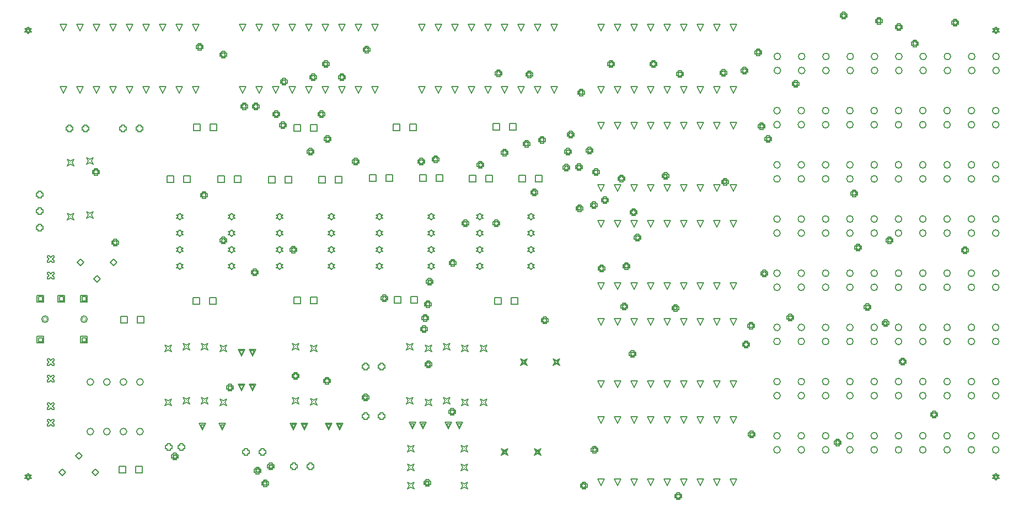
<source format=gbr>
%TF.GenerationSoftware,Altium Limited,Altium Designer,23.3.1 (30)*%
G04 Layer_Color=2752767*
%FSLAX26Y26*%
%MOIN*%
%TF.SameCoordinates,C47A0882-6911-4C93-B89A-A613C280F5D7*%
%TF.FilePolarity,Positive*%
%TF.FileFunction,Drawing*%
%TF.Part,Single*%
G01*
G75*
%TA.AperFunction,NonConductor*%
%ADD45C,0.005000*%
%ADD99C,0.006667*%
%ADD101C,0.004000*%
D45*
X150000Y130000D02*
X160000Y140000D01*
X170000D01*
X160000Y150000D01*
X170000Y160000D01*
X160000D01*
X150000Y170000D01*
X140000Y160000D01*
X130000D01*
X140000Y150000D01*
X130000Y140000D01*
X140000D01*
X150000Y130000D01*
Y138000D02*
X156000Y144000D01*
X162000D01*
X156000Y150000D01*
X162000Y156000D01*
X156000D01*
X150000Y162000D01*
X144000Y156000D01*
X138000D01*
X144000Y150000D01*
X138000Y144000D01*
X144000D01*
X150000Y138000D01*
Y2830000D02*
X160000Y2840000D01*
X170000D01*
X160000Y2850000D01*
X170000Y2860000D01*
X160000D01*
X150000Y2870000D01*
X140000Y2860000D01*
X130000D01*
X140000Y2850000D01*
X130000Y2840000D01*
X140000D01*
X150000Y2830000D01*
Y2838000D02*
X156000Y2844000D01*
X162000D01*
X156000Y2850000D01*
X162000Y2856000D01*
X156000D01*
X150000Y2862000D01*
X144000Y2856000D01*
X138000D01*
X144000Y2850000D01*
X138000Y2844000D01*
X144000D01*
X150000Y2838000D01*
X6000000Y130000D02*
X6010000Y140000D01*
X6020000D01*
X6010000Y150000D01*
X6020000Y160000D01*
X6010000D01*
X6000000Y170000D01*
X5990000Y160000D01*
X5980000D01*
X5990000Y150000D01*
X5980000Y140000D01*
X5990000D01*
X6000000Y130000D01*
Y138000D02*
X6006000Y144000D01*
X6012000D01*
X6006000Y150000D01*
X6012000Y156000D01*
X6006000D01*
X6000000Y162000D01*
X5994000Y156000D01*
X5988000D01*
X5994000Y150000D01*
X5988000Y144000D01*
X5994000D01*
X6000000Y138000D01*
Y2830000D02*
X6010000Y2840000D01*
X6020000D01*
X6010000Y2850000D01*
X6020000Y2860000D01*
X6010000D01*
X6000000Y2870000D01*
X5990000Y2860000D01*
X5980000D01*
X5990000Y2850000D01*
X5980000Y2840000D01*
X5990000D01*
X6000000Y2830000D01*
Y2838000D02*
X6006000Y2844000D01*
X6012000D01*
X6006000Y2850000D01*
X6012000Y2856000D01*
X6006000D01*
X6000000Y2862000D01*
X5994000Y2856000D01*
X5988000D01*
X5994000Y2850000D01*
X5988000Y2844000D01*
X5994000D01*
X6000000Y2838000D01*
X1087000Y918228D02*
X1097000Y938228D01*
X1087000Y958228D01*
X1107000Y948228D01*
X1127000Y958228D01*
X1117000Y938228D01*
X1127000Y918228D01*
X1107000Y928228D01*
X1087000Y918228D01*
Y591772D02*
X1097000Y611772D01*
X1087000Y631772D01*
X1107000Y621772D01*
X1127000Y631772D01*
X1117000Y611772D01*
X1127000Y591772D01*
X1107000Y601772D01*
X1087000Y591772D01*
X2441771Y77000D02*
X2451771Y97000D01*
X2441771Y117000D01*
X2461771Y107000D01*
X2481771Y117000D01*
X2471771Y97000D01*
X2481771Y77000D01*
X2461771Y87000D01*
X2441771Y77000D01*
X2768227D02*
X2778227Y97000D01*
X2768227Y117000D01*
X2788227Y107000D01*
X2808227Y117000D01*
X2798227Y97000D01*
X2808227Y77000D01*
X2788227Y87000D01*
X2768227Y77000D01*
X2441771Y189000D02*
X2451771Y209000D01*
X2441771Y229000D01*
X2461771Y219000D01*
X2481771Y229000D01*
X2471771Y209000D01*
X2481771Y189000D01*
X2461771Y199000D01*
X2441771Y189000D01*
X2768227D02*
X2778227Y209000D01*
X2768227Y229000D01*
X2788227Y219000D01*
X2808227Y229000D01*
X2798227Y209000D01*
X2808227Y189000D01*
X2788227Y199000D01*
X2768227Y189000D01*
X2441771Y300000D02*
X2451771Y320000D01*
X2441771Y340000D01*
X2461771Y330000D01*
X2481771Y340000D01*
X2471771Y320000D01*
X2481771Y300000D01*
X2461771Y310000D01*
X2441771Y300000D01*
X2768229D02*
X2778229Y320000D01*
X2768229Y340000D01*
X2788229Y330000D01*
X2808229Y340000D01*
X2798229Y320000D01*
X2808229Y300000D01*
X2788229Y310000D01*
X2768229Y300000D01*
X3061126Y2249330D02*
Y2289330D01*
X3101126D01*
Y2249330D01*
X3061126D01*
X2961126D02*
Y2289330D01*
X3001126D01*
Y2249330D01*
X2961126D01*
X3216124Y1935330D02*
Y1975330D01*
X3256124D01*
Y1935330D01*
X3216124D01*
X3116124D02*
Y1975330D01*
X3156124D01*
Y1935330D01*
X3116124D01*
X2915126D02*
Y1975330D01*
X2955126D01*
Y1935330D01*
X2915126D01*
X2815126D02*
Y1975330D01*
X2855126D01*
Y1935330D01*
X2815126D01*
X1856126Y2240330D02*
Y2280330D01*
X1896126D01*
Y2240330D01*
X1856126D01*
X1756126D02*
Y2280330D01*
X1796126D01*
Y2240330D01*
X1756126D01*
X1702126Y1929330D02*
Y1969330D01*
X1742126D01*
Y1929330D01*
X1702126D01*
X1602126D02*
Y1969330D01*
X1642126D01*
Y1929330D01*
X1602126D01*
X2312126Y1936330D02*
Y1976330D01*
X2352126D01*
Y1936330D01*
X2312126D01*
X2212126D02*
Y1976330D01*
X2252126D01*
Y1936330D01*
X2212126D01*
X1907124Y1929330D02*
Y1969330D01*
X1947124D01*
Y1929330D01*
X1907124D01*
X2007124D02*
Y1969330D01*
X2047124D01*
Y1929330D01*
X2007124D01*
X1296126Y1930330D02*
Y1970330D01*
X1336126D01*
Y1930330D01*
X1296126D01*
X1396126D02*
Y1970330D01*
X1436126D01*
Y1930330D01*
X1396126D01*
X990126D02*
Y1970330D01*
X1030126D01*
Y1930330D01*
X990126D01*
X1090126D02*
Y1970330D01*
X1130126D01*
Y1930330D01*
X1090126D01*
X1151126Y2244330D02*
Y2284330D01*
X1191126D01*
Y2244330D01*
X1151126D01*
X1251126D02*
Y2284330D01*
X1291126D01*
Y2244330D01*
X1251126D01*
X2457126Y2245330D02*
Y2285330D01*
X2497126D01*
Y2245330D01*
X2457126D01*
X2357126D02*
Y2285330D01*
X2397126D01*
Y2245330D01*
X2357126D01*
X2616126Y1936330D02*
Y1976330D01*
X2656126D01*
Y1936330D01*
X2616126D01*
X2516126D02*
Y1976330D01*
X2556126D01*
Y1936330D01*
X2516126D01*
X714788Y2249000D02*
Y2239000D01*
X734788D01*
Y2249000D01*
X744788D01*
Y2269000D01*
X734788D01*
Y2279000D01*
X714788D01*
Y2269000D01*
X704788D01*
Y2249000D01*
X714788D01*
X813212D02*
Y2239000D01*
X833212D01*
Y2249000D01*
X843212D01*
Y2269000D01*
X833212D01*
Y2279000D01*
X813212D01*
Y2269000D01*
X803212D01*
Y2249000D01*
X813212D01*
X2691000Y440000D02*
X2671000Y480000D01*
X2711000D01*
X2691000Y440000D01*
Y448000D02*
X2679000Y472000D01*
X2703000D01*
X2691000Y448000D01*
X2757000Y440000D02*
X2737000Y480000D01*
X2777000D01*
X2757000Y440000D01*
Y448000D02*
X2745000Y472000D01*
X2769000D01*
X2757000Y448000D01*
X3125574Y825000D02*
X3135574Y845000D01*
X3125574Y865000D01*
X3145574Y855000D01*
X3165574Y865000D01*
X3155574Y845000D01*
X3165574Y825000D01*
X3145574Y835000D01*
X3125574Y825000D01*
X3133574Y833000D02*
X3139574Y845000D01*
X3133574Y857000D01*
X3145574Y851000D01*
X3157574Y857000D01*
X3151574Y845000D01*
X3157574Y833000D01*
X3145574Y839000D01*
X3133574Y833000D01*
X3322426Y825000D02*
X3332426Y845000D01*
X3322426Y865000D01*
X3342426Y855000D01*
X3362426Y865000D01*
X3352426Y845000D01*
X3362426Y825000D01*
X3342426Y835000D01*
X3322426Y825000D01*
X3330426Y833000D02*
X3336426Y845000D01*
X3330426Y857000D01*
X3342426Y851000D01*
X3354426Y857000D01*
X3348426Y845000D01*
X3354426Y833000D01*
X3342426Y839000D01*
X3330426Y833000D01*
X3011574Y280000D02*
X3021574Y300000D01*
X3011574Y320000D01*
X3031574Y310000D01*
X3051574Y320000D01*
X3041574Y300000D01*
X3051574Y280000D01*
X3031574Y290000D01*
X3011574Y280000D01*
X3019574Y288000D02*
X3025574Y300000D01*
X3019574Y312000D01*
X3031574Y306000D01*
X3043574Y312000D01*
X3037574Y300000D01*
X3043574Y288000D01*
X3031574Y294000D01*
X3019574Y288000D01*
X3208426Y280000D02*
X3218426Y300000D01*
X3208426Y320000D01*
X3228426Y310000D01*
X3248426Y320000D01*
X3238426Y300000D01*
X3248426Y280000D01*
X3228426Y290000D01*
X3208426Y280000D01*
X3216426Y288000D02*
X3222426Y300000D01*
X3216426Y312000D01*
X3228426Y306000D01*
X3240426Y312000D01*
X3234426Y300000D01*
X3240426Y288000D01*
X3228426Y294000D01*
X3216426Y288000D01*
X2538000Y440000D02*
X2518000Y480000D01*
X2558000D01*
X2538000Y440000D01*
Y448000D02*
X2526000Y472000D01*
X2550000D01*
X2538000Y448000D01*
X2472000Y440000D02*
X2452000Y480000D01*
X2492000D01*
X2472000Y440000D01*
Y448000D02*
X2460000Y472000D01*
X2484000D01*
X2472000Y448000D01*
X2971000Y1196000D02*
Y1236000D01*
X3011000D01*
Y1196000D01*
X2971000D01*
X3071000D02*
Y1236000D01*
X3111000D01*
Y1196000D01*
X3071000D01*
X2277212Y507000D02*
Y497000D01*
X2297212D01*
Y507000D01*
X2307212D01*
Y527000D01*
X2297212D01*
Y537000D01*
X2277212D01*
Y527000D01*
X2267212D01*
Y507000D01*
X2277212D01*
X2178788D02*
Y497000D01*
X2198788D01*
Y507000D01*
X2208788D01*
Y527000D01*
X2198788D01*
Y537000D01*
X2178788D01*
Y527000D01*
X2168788D01*
Y507000D01*
X2178788D01*
X1820000Y436000D02*
X1800000Y476000D01*
X1840000D01*
X1820000Y436000D01*
Y444000D02*
X1808000Y468000D01*
X1832000D01*
X1820000Y444000D01*
X1754000Y436000D02*
X1734000Y476000D01*
X1774000D01*
X1754000Y436000D01*
Y444000D02*
X1742000Y468000D01*
X1766000D01*
X1754000Y444000D01*
X2033000Y436000D02*
X2013000Y476000D01*
X2053000D01*
X2033000Y436000D01*
Y444000D02*
X2021000Y468000D01*
X2045000D01*
X2033000Y444000D01*
X1967000Y436000D02*
X1947000Y476000D01*
X1987000D01*
X1967000Y436000D01*
Y444000D02*
X1955000Y468000D01*
X1979000D01*
X1967000Y444000D01*
X2178786Y808000D02*
Y798000D01*
X2198786D01*
Y808000D01*
X2208786D01*
Y828000D01*
X2198786D01*
Y838000D01*
X2178786D01*
Y828000D01*
X2168786D01*
Y808000D01*
X2178786D01*
X2277212D02*
Y798000D01*
X2297212D01*
Y808000D01*
X2307212D01*
Y828000D01*
X2297212D01*
Y838000D01*
X2277212D01*
Y828000D01*
X2267212D01*
Y808000D01*
X2277212D01*
X2465002Y1200000D02*
Y1240000D01*
X2505002D01*
Y1200000D01*
X2465002D01*
X2365002D02*
Y1240000D01*
X2405002D01*
Y1200000D01*
X2365002D01*
X1555212Y290000D02*
Y280000D01*
X1575212D01*
Y290000D01*
X1585212D01*
Y310000D01*
X1575212D01*
Y320000D01*
X1555212D01*
Y310000D01*
X1545212D01*
Y290000D01*
X1555212D01*
X1456788D02*
Y280000D01*
X1476788D01*
Y290000D01*
X1486788D01*
Y310000D01*
X1476788D01*
Y320000D01*
X1456788D01*
Y310000D01*
X1446788D01*
Y290000D01*
X1456788D01*
X1846212Y204000D02*
Y194000D01*
X1866212D01*
Y204000D01*
X1876212D01*
Y224000D01*
X1866212D01*
Y234000D01*
X1846212D01*
Y224000D01*
X1836212D01*
Y204000D01*
X1846212D01*
X1747788D02*
Y194000D01*
X1767788D01*
Y204000D01*
X1777788D01*
Y224000D01*
X1767788D01*
Y234000D01*
X1747788D01*
Y224000D01*
X1737788D01*
Y204000D01*
X1747788D01*
X1858000Y582772D02*
X1868000Y602772D01*
X1858000Y622772D01*
X1878000Y612772D01*
X1898000Y622772D01*
X1888000Y602772D01*
X1898000Y582772D01*
X1878000Y592772D01*
X1858000Y582772D01*
Y909230D02*
X1868000Y929230D01*
X1858000Y949230D01*
X1878000Y939230D01*
X1898000Y949230D01*
X1888000Y929230D01*
X1898000Y909230D01*
X1878000Y919230D01*
X1858000Y909230D01*
X1746000Y918230D02*
X1756000Y938230D01*
X1746000Y958230D01*
X1766000Y948230D01*
X1786000Y958230D01*
X1776000Y938230D01*
X1786000Y918230D01*
X1766000Y928230D01*
X1746000Y918230D01*
Y591772D02*
X1756000Y611772D01*
X1746000Y631772D01*
X1766000Y621772D01*
X1786000Y631772D01*
X1776000Y611772D01*
X1786000Y591772D01*
X1766000Y601772D01*
X1746000Y591772D01*
X1309000Y581772D02*
X1319000Y601772D01*
X1309000Y621772D01*
X1329000Y611772D01*
X1349000Y621772D01*
X1339000Y601772D01*
X1349000Y581772D01*
X1329000Y591772D01*
X1309000Y581772D01*
Y908228D02*
X1319000Y928228D01*
X1309000Y948228D01*
X1329000Y938228D01*
X1349000Y948228D01*
X1339000Y928228D01*
X1349000Y908228D01*
X1329000Y918228D01*
X1309000Y908228D01*
X1198000Y918228D02*
X1208000Y938228D01*
X1198000Y958228D01*
X1218000Y948228D01*
X1238000Y958228D01*
X1228000Y938228D01*
X1238000Y918228D01*
X1218000Y928228D01*
X1198000Y918228D01*
Y591772D02*
X1208000Y611772D01*
X1198000Y631772D01*
X1218000Y621772D01*
X1238000Y631772D01*
X1228000Y611772D01*
X1238000Y591772D01*
X1218000Y601772D01*
X1198000Y591772D01*
X976000Y581772D02*
X986000Y601772D01*
X976000Y621772D01*
X996000Y611772D01*
X1016000Y621772D01*
X1006000Y601772D01*
X1016000Y581772D01*
X996000Y591772D01*
X976000Y581772D01*
Y908228D02*
X986000Y928228D01*
X976000Y948228D01*
X996000Y938228D01*
X1016000Y948228D01*
X1006000Y928228D01*
X1016000Y908228D01*
X996000Y918228D01*
X976000Y908228D01*
X1506000Y671000D02*
X1486000Y711000D01*
X1526000D01*
X1506000Y671000D01*
Y679000D02*
X1494000Y703000D01*
X1518000D01*
X1506000Y679000D01*
X1440000Y671000D02*
X1420000Y711000D01*
X1460000D01*
X1440000Y671000D01*
Y679000D02*
X1428000Y703000D01*
X1452000D01*
X1440000Y679000D01*
Y881000D02*
X1420000Y921000D01*
X1460000D01*
X1440000Y881000D01*
Y889000D02*
X1428000Y913000D01*
X1452000D01*
X1440000Y889000D01*
X1506000Y881000D02*
X1486000Y921000D01*
X1526000D01*
X1506000Y881000D01*
Y889000D02*
X1494000Y913000D01*
X1518000D01*
X1506000Y889000D01*
X1858000Y1198000D02*
Y1238000D01*
X1898000D01*
Y1198000D01*
X1858000D01*
X1758000D02*
Y1238000D01*
X1798000D01*
Y1198000D01*
X1758000D01*
X502000Y2040228D02*
X512000Y2060228D01*
X502000Y2080228D01*
X522000Y2070228D01*
X542000Y2080228D01*
X532000Y2060228D01*
X542000Y2040228D01*
X522000Y2050228D01*
X502000Y2040228D01*
Y1713772D02*
X512000Y1733772D01*
X502000Y1753772D01*
X522000Y1743772D01*
X542000Y1753772D01*
X532000Y1733772D01*
X542000Y1713772D01*
X522000Y1723772D01*
X502000Y1713772D01*
X386000Y1703772D02*
X396000Y1723772D01*
X386000Y1743772D01*
X406000Y1733772D01*
X426000Y1743772D01*
X416000Y1723772D01*
X426000Y1703772D01*
X406000Y1713772D01*
X386000Y1703772D01*
Y2030228D02*
X396000Y2050228D01*
X386000Y2070228D01*
X406000Y2060228D01*
X426000Y2070228D01*
X416000Y2050228D01*
X426000Y2030228D01*
X406000Y2040228D01*
X386000Y2030228D01*
X488212Y2249000D02*
Y2239000D01*
X508212D01*
Y2249000D01*
X518212D01*
Y2269000D01*
X508212D01*
Y2279000D01*
X488212D01*
Y2269000D01*
X478212D01*
Y2249000D01*
X488212D01*
X389788D02*
Y2239000D01*
X409788D01*
Y2249000D01*
X419788D01*
Y2269000D01*
X409788D01*
Y2279000D01*
X389788D01*
Y2269000D01*
X379788D01*
Y2249000D01*
X389788D01*
X1248000Y1196000D02*
Y1236000D01*
X1288000D01*
Y1196000D01*
X1248000D01*
X1148000D02*
Y1236000D01*
X1188000D01*
Y1196000D01*
X1148000D01*
X1325000Y434000D02*
X1305000Y474000D01*
X1345000D01*
X1325000Y434000D01*
Y442000D02*
X1313000Y466000D01*
X1337000D01*
X1325000Y442000D01*
X1205000Y434000D02*
X1185000Y474000D01*
X1225000D01*
X1205000Y434000D01*
Y442000D02*
X1193000Y466000D01*
X1217000D01*
X1205000Y442000D01*
X701000Y175000D02*
Y215000D01*
X741000D01*
Y175000D01*
X701000D01*
X801000D02*
Y215000D01*
X841000D01*
Y175000D01*
X801000D01*
X709000Y1080000D02*
Y1120000D01*
X749000D01*
Y1080000D01*
X709000D01*
X809000D02*
Y1120000D01*
X849000D01*
Y1080000D01*
X809000D01*
X988630Y322000D02*
Y312000D01*
X1008630D01*
Y322000D01*
X1018630D01*
Y342000D01*
X1008630D01*
Y352000D01*
X988630D01*
Y342000D01*
X978630D01*
Y322000D01*
X988630D01*
X1067370D02*
Y312000D01*
X1087370D01*
Y322000D01*
X1097370D01*
Y342000D01*
X1087370D01*
Y352000D01*
X1067370D01*
Y342000D01*
X1057370D01*
Y322000D01*
X1067370D01*
X2878700Y1705000D02*
X2888700Y1715000D01*
X2898700D01*
X2888700Y1725000D01*
X2898700Y1735000D01*
X2888700D01*
X2878700Y1745000D01*
X2868700Y1735000D01*
X2858700D01*
X2868700Y1725000D01*
X2858700Y1715000D01*
X2868700D01*
X2878700Y1705000D01*
Y1605000D02*
X2888700Y1615000D01*
X2898700D01*
X2888700Y1625000D01*
X2898700Y1635000D01*
X2888700D01*
X2878700Y1645000D01*
X2868700Y1635000D01*
X2858700D01*
X2868700Y1625000D01*
X2858700Y1615000D01*
X2868700D01*
X2878700Y1605000D01*
Y1505000D02*
X2888700Y1515000D01*
X2898700D01*
X2888700Y1525000D01*
X2898700Y1535000D01*
X2888700D01*
X2878700Y1545000D01*
X2868700Y1535000D01*
X2858700D01*
X2868700Y1525000D01*
X2858700Y1515000D01*
X2868700D01*
X2878700Y1505000D01*
Y1405000D02*
X2888700Y1415000D01*
X2898700D01*
X2888700Y1425000D01*
X2898700Y1435000D01*
X2888700D01*
X2878700Y1445000D01*
X2868700Y1435000D01*
X2858700D01*
X2868700Y1425000D01*
X2858700Y1415000D01*
X2868700D01*
X2878700Y1405000D01*
X3191300D02*
X3201300Y1415000D01*
X3211300D01*
X3201300Y1425000D01*
X3211300Y1435000D01*
X3201300D01*
X3191300Y1445000D01*
X3181300Y1435000D01*
X3171300D01*
X3181300Y1425000D01*
X3171300Y1415000D01*
X3181300D01*
X3191300Y1405000D01*
Y1505000D02*
X3201300Y1515000D01*
X3211300D01*
X3201300Y1525000D01*
X3211300Y1535000D01*
X3201300D01*
X3191300Y1545000D01*
X3181300Y1535000D01*
X3171300D01*
X3181300Y1525000D01*
X3171300Y1515000D01*
X3181300D01*
X3191300Y1505000D01*
Y1605000D02*
X3201300Y1615000D01*
X3211300D01*
X3201300Y1625000D01*
X3211300Y1635000D01*
X3201300D01*
X3191300Y1645000D01*
X3181300Y1635000D01*
X3171300D01*
X3181300Y1625000D01*
X3171300Y1615000D01*
X3181300D01*
X3191300Y1605000D01*
Y1705000D02*
X3201300Y1715000D01*
X3211300D01*
X3201300Y1725000D01*
X3211300Y1735000D01*
X3201300D01*
X3191300Y1745000D01*
X3181300Y1735000D01*
X3171300D01*
X3181300Y1725000D01*
X3171300Y1715000D01*
X3181300D01*
X3191300Y1705000D01*
X3612000Y2253998D02*
X3592000Y2293998D01*
X3632000D01*
X3612000Y2253998D01*
X3712000D02*
X3692000Y2293998D01*
X3732000D01*
X3712000Y2253998D01*
X3812000D02*
X3792000Y2293998D01*
X3832000D01*
X3812000Y2253998D01*
X3912000D02*
X3892000Y2293998D01*
X3932000D01*
X3912000Y2253998D01*
X4012000D02*
X3992000Y2293998D01*
X4032000D01*
X4012000Y2253998D01*
X4112000D02*
X4092000Y2293998D01*
X4132000D01*
X4112000Y2253998D01*
X4212000D02*
X4192000Y2293998D01*
X4232000D01*
X4212000Y2253998D01*
X4312000D02*
X4292000Y2293998D01*
X4332000D01*
X4312000Y2253998D01*
X4412000D02*
X4392000Y2293998D01*
X4432000D01*
X4412000Y2253998D01*
Y1878998D02*
X4392000Y1918998D01*
X4432000D01*
X4412000Y1878998D01*
X4312000D02*
X4292000Y1918998D01*
X4332000D01*
X4312000Y1878998D01*
X4212000D02*
X4192000Y1918998D01*
X4232000D01*
X4212000Y1878998D01*
X4112000D02*
X4092000Y1918998D01*
X4132000D01*
X4112000Y1878998D01*
X4012000D02*
X3992000Y1918998D01*
X4032000D01*
X4012000Y1878998D01*
X3912000D02*
X3892000Y1918998D01*
X3932000D01*
X3912000Y1878998D01*
X3812000D02*
X3792000Y1918998D01*
X3832000D01*
X3812000Y1878998D01*
X3712000D02*
X3692000Y1918998D01*
X3732000D01*
X3712000Y1878998D01*
X3612000D02*
X3592000Y1918998D01*
X3632000D01*
X3612000Y1878998D01*
Y1660500D02*
X3592000Y1700500D01*
X3632000D01*
X3612000Y1660500D01*
X3712000D02*
X3692000Y1700500D01*
X3732000D01*
X3712000Y1660500D01*
X3812000D02*
X3792000Y1700500D01*
X3832000D01*
X3812000Y1660500D01*
X3912000D02*
X3892000Y1700500D01*
X3932000D01*
X3912000Y1660500D01*
X4012000D02*
X3992000Y1700500D01*
X4032000D01*
X4012000Y1660500D01*
X4112000D02*
X4092000Y1700500D01*
X4132000D01*
X4112000Y1660500D01*
X4212000D02*
X4192000Y1700500D01*
X4232000D01*
X4212000Y1660500D01*
X4312000D02*
X4292000Y1700500D01*
X4332000D01*
X4312000Y1660500D01*
X4412000D02*
X4392000Y1700500D01*
X4432000D01*
X4412000Y1660500D01*
Y1285500D02*
X4392000Y1325500D01*
X4432000D01*
X4412000Y1285500D01*
X4312000D02*
X4292000Y1325500D01*
X4332000D01*
X4312000Y1285500D01*
X4212000D02*
X4192000Y1325500D01*
X4232000D01*
X4212000Y1285500D01*
X4112000D02*
X4092000Y1325500D01*
X4132000D01*
X4112000Y1285500D01*
X4012000D02*
X3992000Y1325500D01*
X4032000D01*
X4012000Y1285500D01*
X3912000D02*
X3892000Y1325500D01*
X3932000D01*
X3912000Y1285500D01*
X3812000D02*
X3792000Y1325500D01*
X3832000D01*
X3812000Y1285500D01*
X3712000D02*
X3692000Y1325500D01*
X3732000D01*
X3712000Y1285500D01*
X3612000D02*
X3592000Y1325500D01*
X3632000D01*
X3612000Y1285500D01*
Y2847500D02*
X3592000Y2887500D01*
X3632000D01*
X3612000Y2847500D01*
X3712000D02*
X3692000Y2887500D01*
X3732000D01*
X3712000Y2847500D01*
X3812000D02*
X3792000Y2887500D01*
X3832000D01*
X3812000Y2847500D01*
X3912000D02*
X3892000Y2887500D01*
X3932000D01*
X3912000Y2847500D01*
X4012000D02*
X3992000Y2887500D01*
X4032000D01*
X4012000Y2847500D01*
X4112000D02*
X4092000Y2887500D01*
X4132000D01*
X4112000Y2847500D01*
X4212000D02*
X4192000Y2887500D01*
X4232000D01*
X4212000Y2847500D01*
X4312000D02*
X4292000Y2887500D01*
X4332000D01*
X4312000Y2847500D01*
X4412000D02*
X4392000Y2887500D01*
X4432000D01*
X4412000Y2847500D01*
Y2472500D02*
X4392000Y2512500D01*
X4432000D01*
X4412000Y2472500D01*
X4312000D02*
X4292000Y2512500D01*
X4332000D01*
X4312000Y2472500D01*
X4212000D02*
X4192000Y2512500D01*
X4232000D01*
X4212000Y2472500D01*
X4112000D02*
X4092000Y2512500D01*
X4132000D01*
X4112000Y2472500D01*
X4012000D02*
X3992000Y2512500D01*
X4032000D01*
X4012000Y2472500D01*
X3912000D02*
X3892000Y2512500D01*
X3932000D01*
X3912000Y2472500D01*
X3812000D02*
X3792000Y2512500D01*
X3832000D01*
X3812000Y2472500D01*
X3712000D02*
X3692000Y2512500D01*
X3732000D01*
X3712000Y2472500D01*
X3612000D02*
X3592000Y2512500D01*
X3632000D01*
X3612000Y2472500D01*
X2529666Y2847500D02*
X2509666Y2887500D01*
X2549666D01*
X2529666Y2847500D01*
X2629666D02*
X2609666Y2887500D01*
X2649666D01*
X2629666Y2847500D01*
X2729666D02*
X2709666Y2887500D01*
X2749666D01*
X2729666Y2847500D01*
X2829666D02*
X2809666Y2887500D01*
X2849666D01*
X2829666Y2847500D01*
X2929666D02*
X2909666Y2887500D01*
X2949666D01*
X2929666Y2847500D01*
X3029666D02*
X3009666Y2887500D01*
X3049666D01*
X3029666Y2847500D01*
X3129666D02*
X3109666Y2887500D01*
X3149666D01*
X3129666Y2847500D01*
X3229666D02*
X3209666Y2887500D01*
X3249666D01*
X3229666Y2847500D01*
X3329666D02*
X3309666Y2887500D01*
X3349666D01*
X3329666Y2847500D01*
Y2472500D02*
X3309666Y2512500D01*
X3349666D01*
X3329666Y2472500D01*
X3229666D02*
X3209666Y2512500D01*
X3249666D01*
X3229666Y2472500D01*
X3129666D02*
X3109666Y2512500D01*
X3149666D01*
X3129666Y2472500D01*
X3029666D02*
X3009666Y2512500D01*
X3049666D01*
X3029666Y2472500D01*
X2929666D02*
X2909666Y2512500D01*
X2949666D01*
X2929666Y2472500D01*
X2829666D02*
X2809666Y2512500D01*
X2849666D01*
X2829666Y2472500D01*
X2729666D02*
X2709666Y2512500D01*
X2749666D01*
X2729666Y2472500D01*
X2629666D02*
X2609666Y2512500D01*
X2649666D01*
X2629666Y2472500D01*
X2529666D02*
X2509666Y2512500D01*
X2549666D01*
X2529666Y2472500D01*
X365000Y2847500D02*
X345000Y2887500D01*
X385000D01*
X365000Y2847500D01*
X465000D02*
X445000Y2887500D01*
X485000D01*
X465000Y2847500D01*
X565000D02*
X545000Y2887500D01*
X585000D01*
X565000Y2847500D01*
X665000D02*
X645000Y2887500D01*
X685000D01*
X665000Y2847500D01*
X765000D02*
X745000Y2887500D01*
X785000D01*
X765000Y2847500D01*
X865000D02*
X845000Y2887500D01*
X885000D01*
X865000Y2847500D01*
X965000D02*
X945000Y2887500D01*
X985000D01*
X965000Y2847500D01*
X1065000D02*
X1045000Y2887500D01*
X1085000D01*
X1065000Y2847500D01*
X1165000D02*
X1145000Y2887500D01*
X1185000D01*
X1165000Y2847500D01*
Y2472500D02*
X1145000Y2512500D01*
X1185000D01*
X1165000Y2472500D01*
X1065000D02*
X1045000Y2512500D01*
X1085000D01*
X1065000Y2472500D01*
X965000D02*
X945000Y2512500D01*
X985000D01*
X965000Y2472500D01*
X865000D02*
X845000Y2512500D01*
X885000D01*
X865000Y2472500D01*
X765000D02*
X745000Y2512500D01*
X785000D01*
X765000Y2472500D01*
X665000D02*
X645000Y2512500D01*
X685000D01*
X665000Y2472500D01*
X565000D02*
X545000Y2512500D01*
X585000D01*
X565000Y2472500D01*
X465000D02*
X445000Y2512500D01*
X485000D01*
X465000Y2472500D01*
X365000D02*
X345000Y2512500D01*
X385000D01*
X365000Y2472500D01*
X3612000Y692000D02*
X3592000Y732000D01*
X3632000D01*
X3612000Y692000D01*
X3712000D02*
X3692000Y732000D01*
X3732000D01*
X3712000Y692000D01*
X3812000D02*
X3792000Y732000D01*
X3832000D01*
X3812000Y692000D01*
X3912000D02*
X3892000Y732000D01*
X3932000D01*
X3912000Y692000D01*
X4012000D02*
X3992000Y732000D01*
X4032000D01*
X4012000Y692000D01*
X4112000D02*
X4092000Y732000D01*
X4132000D01*
X4112000Y692000D01*
X4212000D02*
X4192000Y732000D01*
X4232000D01*
X4212000Y692000D01*
X4312000D02*
X4292000Y732000D01*
X4332000D01*
X4312000Y692000D01*
X4412000D02*
X4392000Y732000D01*
X4432000D01*
X4412000Y692000D01*
Y1067000D02*
X4392000Y1107000D01*
X4432000D01*
X4412000Y1067000D01*
X4312000D02*
X4292000Y1107000D01*
X4332000D01*
X4312000Y1067000D01*
X4212000D02*
X4192000Y1107000D01*
X4232000D01*
X4212000Y1067000D01*
X4112000D02*
X4092000Y1107000D01*
X4132000D01*
X4112000Y1067000D01*
X4012000D02*
X3992000Y1107000D01*
X4032000D01*
X4012000Y1067000D01*
X3912000D02*
X3892000Y1107000D01*
X3932000D01*
X3912000Y1067000D01*
X3812000D02*
X3792000Y1107000D01*
X3832000D01*
X3812000Y1067000D01*
X3712000D02*
X3692000Y1107000D01*
X3732000D01*
X3712000Y1067000D01*
X3612000D02*
X3592000Y1107000D01*
X3632000D01*
X3612000Y1067000D01*
X1447334Y2847500D02*
X1427334Y2887500D01*
X1467334D01*
X1447334Y2847500D01*
X1547334D02*
X1527334Y2887500D01*
X1567334D01*
X1547334Y2847500D01*
X1647334D02*
X1627334Y2887500D01*
X1667334D01*
X1647334Y2847500D01*
X1747334D02*
X1727334Y2887500D01*
X1767334D01*
X1747334Y2847500D01*
X1847334D02*
X1827334Y2887500D01*
X1867334D01*
X1847334Y2847500D01*
X1947334D02*
X1927334Y2887500D01*
X1967334D01*
X1947334Y2847500D01*
X2047334D02*
X2027334Y2887500D01*
X2067334D01*
X2047334Y2847500D01*
X2147334D02*
X2127334Y2887500D01*
X2167334D01*
X2147334Y2847500D01*
X2247334D02*
X2227334Y2887500D01*
X2267334D01*
X2247334Y2847500D01*
Y2472500D02*
X2227334Y2512500D01*
X2267334D01*
X2247334Y2472500D01*
X2147334D02*
X2127334Y2512500D01*
X2167334D01*
X2147334Y2472500D01*
X2047334D02*
X2027334Y2512500D01*
X2067334D01*
X2047334Y2472500D01*
X1947334D02*
X1927334Y2512500D01*
X1967334D01*
X1947334Y2472500D01*
X1847334D02*
X1827334Y2512500D01*
X1867334D01*
X1847334Y2472500D01*
X1747334D02*
X1727334Y2512500D01*
X1767334D01*
X1747334Y2472500D01*
X1647334D02*
X1627334Y2512500D01*
X1667334D01*
X1647334Y2472500D01*
X1547334D02*
X1527334Y2512500D01*
X1567334D01*
X1547334Y2472500D01*
X1447334D02*
X1427334Y2512500D01*
X1467334D01*
X1447334Y2472500D01*
X3612000Y473500D02*
X3592000Y513500D01*
X3632000D01*
X3612000Y473500D01*
X3712000D02*
X3692000Y513500D01*
X3732000D01*
X3712000Y473500D01*
X3812000D02*
X3792000Y513500D01*
X3832000D01*
X3812000Y473500D01*
X3912000D02*
X3892000Y513500D01*
X3932000D01*
X3912000Y473500D01*
X4012000D02*
X3992000Y513500D01*
X4032000D01*
X4012000Y473500D01*
X4112000D02*
X4092000Y513500D01*
X4132000D01*
X4112000Y473500D01*
X4212000D02*
X4192000Y513500D01*
X4232000D01*
X4212000Y473500D01*
X4312000D02*
X4292000Y513500D01*
X4332000D01*
X4312000Y473500D01*
X4412000D02*
X4392000Y513500D01*
X4432000D01*
X4412000Y473500D01*
Y98500D02*
X4392000Y138500D01*
X4432000D01*
X4412000Y98500D01*
X4312000D02*
X4292000Y138500D01*
X4332000D01*
X4312000Y98500D01*
X4212000D02*
X4192000Y138500D01*
X4232000D01*
X4212000Y98500D01*
X4112000D02*
X4092000Y138500D01*
X4132000D01*
X4112000Y98500D01*
X4012000D02*
X3992000Y138500D01*
X4032000D01*
X4012000Y98500D01*
X3912000D02*
X3892000Y138500D01*
X3932000D01*
X3912000Y98500D01*
X3812000D02*
X3792000Y138500D01*
X3832000D01*
X3812000Y98500D01*
X3712000D02*
X3692000Y138500D01*
X3732000D01*
X3712000Y98500D01*
X3612000D02*
X3592000Y138500D01*
X3632000D01*
X3612000Y98500D01*
X209000Y1647000D02*
Y1637000D01*
X229000D01*
Y1647000D01*
X239000D01*
Y1667000D01*
X229000D01*
Y1677000D01*
X209000D01*
Y1667000D01*
X199000D01*
Y1647000D01*
X209000D01*
Y1847000D02*
Y1837000D01*
X229000D01*
Y1847000D01*
X239000D01*
Y1867000D01*
X229000D01*
Y1877000D01*
X209000D01*
Y1867000D01*
X199000D01*
Y1847000D01*
X209000D01*
Y1747000D02*
Y1737000D01*
X229000D01*
Y1747000D01*
X239000D01*
Y1767000D01*
X229000D01*
Y1777000D01*
X209000D01*
Y1767000D01*
X199000D01*
Y1747000D01*
X209000D01*
X267000Y1448000D02*
X277000D01*
X287000Y1458000D01*
X297000Y1448000D01*
X307000D01*
Y1458000D01*
X297000Y1468000D01*
X307000Y1478000D01*
Y1488000D01*
X297000D01*
X287000Y1478000D01*
X277000Y1488000D01*
X267000D01*
Y1478000D01*
X277000Y1468000D01*
X267000Y1458000D01*
Y1448000D01*
Y1348000D02*
X277000D01*
X287000Y1358000D01*
X297000Y1348000D01*
X307000D01*
Y1358000D01*
X297000Y1368000D01*
X307000Y1378000D01*
Y1388000D01*
X297000D01*
X287000Y1378000D01*
X277000Y1388000D01*
X267000D01*
Y1378000D01*
X277000Y1368000D01*
X267000Y1358000D01*
Y1348000D01*
X337000Y178000D02*
X357000Y198000D01*
X377000Y178000D01*
X357000Y158000D01*
X337000Y178000D01*
X437000Y278000D02*
X457000Y298000D01*
X477000Y278000D01*
X457000Y258000D01*
X437000Y278000D01*
X537000Y178000D02*
X557000Y198000D01*
X577000Y178000D01*
X557000Y158000D01*
X537000Y178000D01*
X267934Y457000D02*
X277934D01*
X287934Y467000D01*
X297934Y457000D01*
X307934D01*
Y467000D01*
X297934Y477000D01*
X307934Y487000D01*
Y497000D01*
X297934D01*
X287934Y487000D01*
X277934Y497000D01*
X267934D01*
Y487000D01*
X277934Y477000D01*
X267934Y467000D01*
Y457000D01*
Y557000D02*
X277934D01*
X287934Y567000D01*
X297934Y557000D01*
X307934D01*
Y567000D01*
X297934Y577000D01*
X307934Y587000D01*
Y597000D01*
X297934D01*
X287934Y587000D01*
X277934Y597000D01*
X267934D01*
Y587000D01*
X277934Y577000D01*
X267934Y567000D01*
Y557000D01*
Y725858D02*
X277934D01*
X287934Y735858D01*
X297934Y725858D01*
X307934D01*
Y735858D01*
X297934Y745858D01*
X307934Y755858D01*
Y765858D01*
X297934D01*
X287934Y755858D01*
X277934Y765858D01*
X267934D01*
Y755858D01*
X277934Y745858D01*
X267934Y735858D01*
Y725858D01*
Y825858D02*
X277934D01*
X287934Y835858D01*
X297934Y825858D01*
X307934D01*
Y835858D01*
X297934Y845858D01*
X307934Y855858D01*
Y865858D01*
X297934D01*
X287934Y855858D01*
X277934Y865858D01*
X267934D01*
Y855858D01*
X277934Y845858D01*
X267934Y835858D01*
Y825858D01*
X2438000Y591772D02*
X2448000Y611772D01*
X2438000Y631772D01*
X2458000Y621772D01*
X2478000Y631772D01*
X2468000Y611772D01*
X2478000Y591772D01*
X2458000Y601772D01*
X2438000Y591772D01*
Y918228D02*
X2448000Y938228D01*
X2438000Y958228D01*
X2458000Y948228D01*
X2478000Y958228D01*
X2468000Y938228D01*
X2478000Y918228D01*
X2458000Y928228D01*
X2438000Y918228D01*
X2549000Y908228D02*
X2559000Y928228D01*
X2549000Y948228D01*
X2569000Y938228D01*
X2589000Y948228D01*
X2579000Y928228D01*
X2589000Y908228D01*
X2569000Y918228D01*
X2549000Y908228D01*
Y581772D02*
X2559000Y601772D01*
X2549000Y621772D01*
X2569000Y611772D01*
X2589000Y621772D01*
X2579000Y601772D01*
X2589000Y581772D01*
X2569000Y591772D01*
X2549000Y581772D01*
X2882000Y908230D02*
X2892000Y928230D01*
X2882000Y948230D01*
X2902000Y938230D01*
X2922000Y948230D01*
X2912000Y928230D01*
X2922000Y908230D01*
X2902000Y918230D01*
X2882000Y908230D01*
Y581772D02*
X2892000Y601772D01*
X2882000Y621772D01*
X2902000Y611772D01*
X2922000Y621772D01*
X2912000Y601772D01*
X2922000Y581772D01*
X2902000Y591772D01*
X2882000Y581772D01*
X2660000Y591772D02*
X2670000Y611772D01*
X2660000Y631772D01*
X2680000Y621772D01*
X2700000Y631772D01*
X2690000Y611772D01*
X2700000Y591772D01*
X2680000Y601772D01*
X2660000Y591772D01*
Y918230D02*
X2670000Y938230D01*
X2660000Y958230D01*
X2680000Y948230D01*
X2700000Y958230D01*
X2690000Y938230D01*
X2700000Y918230D01*
X2680000Y928230D01*
X2660000Y918230D01*
X2771000Y908230D02*
X2781000Y928230D01*
X2771000Y948230D01*
X2791000Y938230D01*
X2811000Y948230D01*
X2801000Y928230D01*
X2811000Y908230D01*
X2791000Y918230D01*
X2771000Y908230D01*
Y581772D02*
X2781000Y601772D01*
X2771000Y621772D01*
X2791000Y611772D01*
X2811000Y621772D01*
X2801000Y601772D01*
X2811000Y581772D01*
X2791000Y591772D01*
X2771000Y581772D01*
X2587298Y1705000D02*
X2597298Y1715000D01*
X2607298D01*
X2597298Y1725000D01*
X2607298Y1735000D01*
X2597298D01*
X2587298Y1745000D01*
X2577298Y1735000D01*
X2567298D01*
X2577298Y1725000D01*
X2567298Y1715000D01*
X2577298D01*
X2587298Y1705000D01*
Y1605000D02*
X2597298Y1615000D01*
X2607298D01*
X2597298Y1625000D01*
X2607298Y1635000D01*
X2597298D01*
X2587298Y1645000D01*
X2577298Y1635000D01*
X2567298D01*
X2577298Y1625000D01*
X2567298Y1615000D01*
X2577298D01*
X2587298Y1605000D01*
Y1505000D02*
X2597298Y1515000D01*
X2607298D01*
X2597298Y1525000D01*
X2607298Y1535000D01*
X2597298D01*
X2587298Y1545000D01*
X2577298Y1535000D01*
X2567298D01*
X2577298Y1525000D01*
X2567298Y1515000D01*
X2577298D01*
X2587298Y1505000D01*
Y1405000D02*
X2597298Y1415000D01*
X2607298D01*
X2597298Y1425000D01*
X2607298Y1435000D01*
X2597298D01*
X2587298Y1445000D01*
X2577298Y1435000D01*
X2567298D01*
X2577298Y1425000D01*
X2567298Y1415000D01*
X2577298D01*
X2587298Y1405000D01*
X2274700D02*
X2284700Y1415000D01*
X2294700D01*
X2284700Y1425000D01*
X2294700Y1435000D01*
X2284700D01*
X2274700Y1445000D01*
X2264700Y1435000D01*
X2254700D01*
X2264700Y1425000D01*
X2254700Y1415000D01*
X2264700D01*
X2274700Y1405000D01*
Y1505000D02*
X2284700Y1515000D01*
X2294700D01*
X2284700Y1525000D01*
X2294700Y1535000D01*
X2284700D01*
X2274700Y1545000D01*
X2264700Y1535000D01*
X2254700D01*
X2264700Y1525000D01*
X2254700Y1515000D01*
X2264700D01*
X2274700Y1505000D01*
Y1605000D02*
X2284700Y1615000D01*
X2294700D01*
X2284700Y1625000D01*
X2294700Y1635000D01*
X2284700D01*
X2274700Y1645000D01*
X2264700Y1635000D01*
X2254700D01*
X2264700Y1625000D01*
X2254700Y1615000D01*
X2264700D01*
X2274700Y1605000D01*
Y1705000D02*
X2284700Y1715000D01*
X2294700D01*
X2284700Y1725000D01*
X2294700Y1735000D01*
X2284700D01*
X2274700Y1745000D01*
X2264700Y1735000D01*
X2254700D01*
X2264700Y1725000D01*
X2254700Y1715000D01*
X2264700D01*
X2274700Y1705000D01*
X1983298D02*
X1993298Y1715000D01*
X2003298D01*
X1993298Y1725000D01*
X2003298Y1735000D01*
X1993298D01*
X1983298Y1745000D01*
X1973298Y1735000D01*
X1963298D01*
X1973298Y1725000D01*
X1963298Y1715000D01*
X1973298D01*
X1983298Y1705000D01*
Y1605000D02*
X1993298Y1615000D01*
X2003298D01*
X1993298Y1625000D01*
X2003298Y1635000D01*
X1993298D01*
X1983298Y1645000D01*
X1973298Y1635000D01*
X1963298D01*
X1973298Y1625000D01*
X1963298Y1615000D01*
X1973298D01*
X1983298Y1605000D01*
Y1505000D02*
X1993298Y1515000D01*
X2003298D01*
X1993298Y1525000D01*
X2003298Y1535000D01*
X1993298D01*
X1983298Y1545000D01*
X1973298Y1535000D01*
X1963298D01*
X1973298Y1525000D01*
X1963298Y1515000D01*
X1973298D01*
X1983298Y1505000D01*
Y1405000D02*
X1993298Y1415000D01*
X2003298D01*
X1993298Y1425000D01*
X2003298Y1435000D01*
X1993298D01*
X1983298Y1445000D01*
X1973298Y1435000D01*
X1963298D01*
X1973298Y1425000D01*
X1963298Y1415000D01*
X1973298D01*
X1983298Y1405000D01*
X1670700D02*
X1680700Y1415000D01*
X1690700D01*
X1680700Y1425000D01*
X1690700Y1435000D01*
X1680700D01*
X1670700Y1445000D01*
X1660700Y1435000D01*
X1650700D01*
X1660700Y1425000D01*
X1650700Y1415000D01*
X1660700D01*
X1670700Y1405000D01*
Y1505000D02*
X1680700Y1515000D01*
X1690700D01*
X1680700Y1525000D01*
X1690700Y1535000D01*
X1680700D01*
X1670700Y1545000D01*
X1660700Y1535000D01*
X1650700D01*
X1660700Y1525000D01*
X1650700Y1515000D01*
X1660700D01*
X1670700Y1505000D01*
Y1605000D02*
X1680700Y1615000D01*
X1690700D01*
X1680700Y1625000D01*
X1690700Y1635000D01*
X1680700D01*
X1670700Y1645000D01*
X1660700Y1635000D01*
X1650700D01*
X1660700Y1625000D01*
X1650700Y1615000D01*
X1660700D01*
X1670700Y1605000D01*
Y1705000D02*
X1680700Y1715000D01*
X1690700D01*
X1680700Y1725000D01*
X1690700Y1735000D01*
X1680700D01*
X1670700Y1745000D01*
X1660700Y1735000D01*
X1650700D01*
X1660700Y1725000D01*
X1650700Y1715000D01*
X1660700D01*
X1670700Y1705000D01*
X1379300D02*
X1389300Y1715000D01*
X1399300D01*
X1389300Y1725000D01*
X1399300Y1735000D01*
X1389300D01*
X1379300Y1745000D01*
X1369300Y1735000D01*
X1359300D01*
X1369300Y1725000D01*
X1359300Y1715000D01*
X1369300D01*
X1379300Y1705000D01*
Y1605000D02*
X1389300Y1615000D01*
X1399300D01*
X1389300Y1625000D01*
X1399300Y1635000D01*
X1389300D01*
X1379300Y1645000D01*
X1369300Y1635000D01*
X1359300D01*
X1369300Y1625000D01*
X1359300Y1615000D01*
X1369300D01*
X1379300Y1605000D01*
Y1505000D02*
X1389300Y1515000D01*
X1399300D01*
X1389300Y1525000D01*
X1399300Y1535000D01*
X1389300D01*
X1379300Y1545000D01*
X1369300Y1535000D01*
X1359300D01*
X1369300Y1525000D01*
X1359300Y1515000D01*
X1369300D01*
X1379300Y1505000D01*
Y1405000D02*
X1389300Y1415000D01*
X1399300D01*
X1389300Y1425000D01*
X1399300Y1435000D01*
X1389300D01*
X1379300Y1445000D01*
X1369300Y1435000D01*
X1359300D01*
X1369300Y1425000D01*
X1359300Y1415000D01*
X1369300D01*
X1379300Y1405000D01*
X1066700D02*
X1076700Y1415000D01*
X1086700D01*
X1076700Y1425000D01*
X1086700Y1435000D01*
X1076700D01*
X1066700Y1445000D01*
X1056700Y1435000D01*
X1046700D01*
X1056700Y1425000D01*
X1046700Y1415000D01*
X1056700D01*
X1066700Y1405000D01*
Y1505000D02*
X1076700Y1515000D01*
X1086700D01*
X1076700Y1525000D01*
X1086700Y1535000D01*
X1076700D01*
X1066700Y1545000D01*
X1056700Y1535000D01*
X1046700D01*
X1056700Y1525000D01*
X1046700Y1515000D01*
X1056700D01*
X1066700Y1505000D01*
Y1605000D02*
X1076700Y1615000D01*
X1086700D01*
X1076700Y1625000D01*
X1086700Y1635000D01*
X1076700D01*
X1066700Y1645000D01*
X1056700Y1635000D01*
X1046700D01*
X1056700Y1625000D01*
X1046700Y1615000D01*
X1056700D01*
X1066700Y1605000D01*
Y1705000D02*
X1076700Y1715000D01*
X1086700D01*
X1076700Y1725000D01*
X1086700Y1735000D01*
X1076700D01*
X1066700Y1745000D01*
X1056700Y1735000D01*
X1046700D01*
X1056700Y1725000D01*
X1046700Y1715000D01*
X1056700D01*
X1066700Y1705000D01*
X447000Y1449000D02*
X467000Y1469000D01*
X487000Y1449000D01*
X467000Y1429000D01*
X447000Y1449000D01*
X547000Y1349000D02*
X567000Y1369000D01*
X587000Y1349000D01*
X567000Y1329000D01*
X547000Y1349000D01*
X647000Y1449000D02*
X667000Y1469000D01*
X687000Y1449000D01*
X667000Y1429000D01*
X647000Y1449000D01*
X204488Y1208016D02*
Y1248016D01*
X244488D01*
Y1208016D01*
X204488D01*
X212488Y1216016D02*
Y1240016D01*
X236488D01*
Y1216016D01*
X212488D01*
X204488Y959984D02*
Y999984D01*
X244488D01*
Y959984D01*
X204488D01*
X212488Y967984D02*
Y991984D01*
X236488D01*
Y967984D01*
X212488D01*
X468268Y1208016D02*
Y1248016D01*
X508268D01*
Y1208016D01*
X468268D01*
X476268Y1216016D02*
Y1240016D01*
X500268D01*
Y1216016D01*
X476268D01*
X468268Y959984D02*
Y999984D01*
X508268D01*
Y959984D01*
X468268D01*
X476268Y967984D02*
Y991984D01*
X500268D01*
Y967984D01*
X476268D01*
X330472Y1208016D02*
Y1248016D01*
X370472D01*
Y1208016D01*
X330472D01*
X338472Y1216016D02*
Y1240016D01*
X362472D01*
Y1216016D01*
X338472D01*
X4471000Y2597000D02*
Y2587000D01*
X4491000D01*
Y2597000D01*
X4501000D01*
Y2617000D01*
X4491000D01*
Y2627000D01*
X4471000D01*
Y2617000D01*
X4461000D01*
Y2597000D01*
X4471000D01*
X4475000Y2601000D02*
Y2595000D01*
X4487000D01*
Y2601000D01*
X4493000D01*
Y2613000D01*
X4487000D01*
Y2619000D01*
X4475000D01*
Y2613000D01*
X4469000D01*
Y2601000D01*
X4475000D01*
X4615000Y2184000D02*
Y2174000D01*
X4635000D01*
Y2184000D01*
X4645000D01*
Y2204000D01*
X4635000D01*
Y2214000D01*
X4615000D01*
Y2204000D01*
X4605000D01*
Y2184000D01*
X4615000D01*
X4619000Y2188000D02*
Y2182000D01*
X4631000D01*
Y2188000D01*
X4637000D01*
Y2200000D01*
X4631000D01*
Y2206000D01*
X4619000D01*
Y2200000D01*
X4613000D01*
Y2188000D01*
X4619000D01*
X4343000Y2584000D02*
Y2574000D01*
X4363000D01*
Y2584000D01*
X4373000D01*
Y2604000D01*
X4363000D01*
Y2614000D01*
X4343000D01*
Y2604000D01*
X4333000D01*
Y2584000D01*
X4343000D01*
X4347000Y2588000D02*
Y2582000D01*
X4359000D01*
Y2588000D01*
X4365000D01*
Y2600000D01*
X4359000D01*
Y2606000D01*
X4347000D01*
Y2600000D01*
X4341000D01*
Y2588000D01*
X4347000D01*
X1681000Y2267000D02*
Y2257000D01*
X1701000D01*
Y2267000D01*
X1711000D01*
Y2287000D01*
X1701000D01*
Y2297000D01*
X1681000D01*
Y2287000D01*
X1671000D01*
Y2267000D01*
X1681000D01*
X1685000Y2271000D02*
Y2265000D01*
X1697000D01*
Y2271000D01*
X1703000D01*
Y2283000D01*
X1697000D01*
Y2289000D01*
X1685000D01*
Y2283000D01*
X1679000D01*
Y2271000D01*
X1685000D01*
X3992000Y1960000D02*
Y1950000D01*
X4012000D01*
Y1960000D01*
X4022000D01*
Y1980000D01*
X4012000D01*
Y1990000D01*
X3992000D01*
Y1980000D01*
X3982000D01*
Y1960000D01*
X3992000D01*
X3996000Y1964000D02*
Y1958000D01*
X4008000D01*
Y1964000D01*
X4014000D01*
Y1976000D01*
X4008000D01*
Y1982000D01*
X3996000D01*
Y1976000D01*
X3990000D01*
Y1964000D01*
X3996000D01*
X1572000Y102000D02*
Y92000D01*
X1592000D01*
Y102000D01*
X1602000D01*
Y122000D01*
X1592000D01*
Y132000D01*
X1572000D01*
Y122000D01*
X1562000D01*
Y102000D01*
X1572000D01*
X1576000Y106000D02*
Y100000D01*
X1588000D01*
Y106000D01*
X1594000D01*
Y118000D01*
X1588000D01*
Y124000D01*
X1576000D01*
Y118000D01*
X1570000D01*
Y106000D01*
X1576000D01*
X3263000Y1087000D02*
Y1077000D01*
X3283000D01*
Y1087000D01*
X3293000D01*
Y1107000D01*
X3283000D01*
Y1117000D01*
X3263000D01*
Y1107000D01*
X3253000D01*
Y1087000D01*
X3263000D01*
X3267000Y1091000D02*
Y1085000D01*
X3279000D01*
Y1091000D01*
X3285000D01*
Y1103000D01*
X3279000D01*
Y1109000D01*
X3267000D01*
Y1103000D01*
X3261000D01*
Y1091000D01*
X3267000D01*
X1528000Y179000D02*
Y169000D01*
X1548000D01*
Y179000D01*
X1558000D01*
Y199000D01*
X1548000D01*
Y209000D01*
X1528000D01*
Y199000D01*
X1518000D01*
Y179000D01*
X1528000D01*
X1532000Y183000D02*
Y177000D01*
X1544000D01*
Y183000D01*
X1550000D01*
Y195000D01*
X1544000D01*
Y201000D01*
X1532000D01*
Y195000D01*
X1526000D01*
Y183000D01*
X1532000D01*
X5321963Y1069963D02*
Y1059963D01*
X5341963D01*
Y1069963D01*
X5351963D01*
Y1089963D01*
X5341963D01*
Y1099963D01*
X5321963D01*
Y1089963D01*
X5311963D01*
Y1069963D01*
X5321963D01*
X5325963Y1073963D02*
Y1067963D01*
X5337963D01*
Y1073963D01*
X5343963D01*
Y1085963D01*
X5337963D01*
Y1091963D01*
X5325963D01*
Y1085963D01*
X5319963D01*
Y1073963D01*
X5325963D01*
X3472000Y1766000D02*
Y1756000D01*
X3492000D01*
Y1766000D01*
X3502000D01*
Y1786000D01*
X3492000D01*
Y1796000D01*
X3472000D01*
Y1786000D01*
X3462000D01*
Y1766000D01*
X3472000D01*
X3476000Y1770000D02*
Y1764000D01*
X3488000D01*
Y1770000D01*
X3494000D01*
Y1782000D01*
X3488000D01*
Y1788000D01*
X3476000D01*
Y1782000D01*
X3470000D01*
Y1770000D01*
X3476000D01*
X3470000Y2013000D02*
Y2003000D01*
X3490000D01*
Y2013000D01*
X3500000D01*
Y2033000D01*
X3490000D01*
Y2043000D01*
X3470000D01*
Y2033000D01*
X3460000D01*
Y2013000D01*
X3470000D01*
X3474000Y2017000D02*
Y2011000D01*
X3486000D01*
Y2017000D01*
X3492000D01*
Y2029000D01*
X3486000D01*
Y2035000D01*
X3474000D01*
Y2029000D01*
X3468000D01*
Y2017000D01*
X3474000D01*
X3573000Y1984000D02*
Y1974000D01*
X3593000D01*
Y1984000D01*
X3603000D01*
Y2004000D01*
X3593000D01*
Y2014000D01*
X3573000D01*
Y2004000D01*
X3563000D01*
Y1984000D01*
X3573000D01*
X3577000Y1988000D02*
Y1982000D01*
X3589000D01*
Y1988000D01*
X3595000D01*
Y2000000D01*
X3589000D01*
Y2006000D01*
X3577000D01*
Y2000000D01*
X3571000D01*
Y1988000D01*
X3577000D01*
X3394000Y2010000D02*
Y2000000D01*
X3414000D01*
Y2010000D01*
X3424000D01*
Y2030000D01*
X3414000D01*
Y2040000D01*
X3394000D01*
Y2030000D01*
X3384000D01*
Y2010000D01*
X3394000D01*
X3398000Y2014000D02*
Y2008000D01*
X3410000D01*
Y2014000D01*
X3416000D01*
Y2026000D01*
X3410000D01*
Y2032000D01*
X3398000D01*
Y2026000D01*
X3392000D01*
Y2014000D01*
X3398000D01*
X2294000Y1220000D02*
Y1210000D01*
X2314000D01*
Y1220000D01*
X2324000D01*
Y1240000D01*
X2314000D01*
Y1250000D01*
X2294000D01*
Y1240000D01*
X2284000D01*
Y1220000D01*
X2294000D01*
X2298000Y1224000D02*
Y1218000D01*
X2310000D01*
Y1224000D01*
X2316000D01*
Y1236000D01*
X2310000D01*
Y1242000D01*
X2298000D01*
Y1236000D01*
X2292000D01*
Y1224000D01*
X2298000D01*
X1321000Y1570000D02*
Y1560000D01*
X1341000D01*
Y1570000D01*
X1351000D01*
Y1590000D01*
X1341000D01*
Y1600000D01*
X1321000D01*
Y1590000D01*
X1311000D01*
Y1570000D01*
X1321000D01*
X1325000Y1574000D02*
Y1568000D01*
X1337000D01*
Y1574000D01*
X1343000D01*
Y1586000D01*
X1337000D01*
Y1592000D01*
X1325000D01*
Y1586000D01*
X1319000D01*
Y1574000D01*
X1325000D01*
X2556000Y1186000D02*
Y1176000D01*
X2576000D01*
Y1186000D01*
X2586000D01*
Y1206000D01*
X2576000D01*
Y1216000D01*
X2556000D01*
Y1206000D01*
X2546000D01*
Y1186000D01*
X2556000D01*
X2560000Y1190000D02*
Y1184000D01*
X2572000D01*
Y1190000D01*
X2578000D01*
Y1202000D01*
X2572000D01*
Y1208000D01*
X2560000D01*
Y1202000D01*
X2554000D01*
Y1190000D01*
X2560000D01*
X1951000Y2184000D02*
Y2174000D01*
X1971000D01*
Y2184000D01*
X1981000D01*
Y2204000D01*
X1971000D01*
Y2214000D01*
X1951000D01*
Y2204000D01*
X1941000D01*
Y2184000D01*
X1951000D01*
X1955000Y2188000D02*
Y2182000D01*
X1967000D01*
Y2188000D01*
X1973000D01*
Y2200000D01*
X1967000D01*
Y2206000D01*
X1955000D01*
Y2200000D01*
X1949000D01*
Y2188000D01*
X1955000D01*
X1361000Y680000D02*
Y670000D01*
X1381000D01*
Y680000D01*
X1391000D01*
Y700000D01*
X1381000D01*
Y710000D01*
X1361000D01*
Y700000D01*
X1351000D01*
Y680000D01*
X1361000D01*
X1365000Y684000D02*
Y678000D01*
X1377000D01*
Y684000D01*
X1383000D01*
Y696000D01*
X1377000D01*
Y702000D01*
X1365000D01*
Y696000D01*
X1359000D01*
Y684000D01*
X1365000D01*
X1640000Y2334000D02*
Y2324000D01*
X1660000D01*
Y2334000D01*
X1670000D01*
Y2354000D01*
X1660000D01*
Y2364000D01*
X1640000D01*
Y2354000D01*
X1630000D01*
Y2334000D01*
X1640000D01*
X1644000Y2338000D02*
Y2332000D01*
X1656000D01*
Y2338000D01*
X1662000D01*
Y2350000D01*
X1656000D01*
Y2356000D01*
X1644000D01*
Y2350000D01*
X1638000D01*
Y2338000D01*
X1644000D01*
X2704000Y534000D02*
Y524000D01*
X2724000D01*
Y534000D01*
X2734000D01*
Y554000D01*
X2724000D01*
Y564000D01*
X2704000D01*
Y554000D01*
X2694000D01*
Y534000D01*
X2704000D01*
X2708000Y538000D02*
Y532000D01*
X2720000D01*
Y538000D01*
X2726000D01*
Y550000D01*
X2720000D01*
Y556000D01*
X2708000D01*
Y550000D01*
X2702000D01*
Y538000D01*
X2708000D01*
X4070000Y24000D02*
Y14000D01*
X4090000D01*
Y24000D01*
X4100000D01*
Y44000D01*
X4090000D01*
Y54000D01*
X4070000D01*
Y44000D01*
X4060000D01*
Y24000D01*
X4070000D01*
X4074000Y28000D02*
Y22000D01*
X4086000D01*
Y28000D01*
X4092000D01*
Y40000D01*
X4086000D01*
Y46000D01*
X4074000D01*
Y40000D01*
X4068000D01*
Y28000D01*
X4074000D01*
X3499000Y88000D02*
Y78000D01*
X3519000D01*
Y88000D01*
X3529000D01*
Y108000D01*
X3519000D01*
Y118000D01*
X3499000D01*
Y108000D01*
X3489000D01*
Y88000D01*
X3499000D01*
X3503000Y92000D02*
Y86000D01*
X3515000D01*
Y92000D01*
X3521000D01*
Y104000D01*
X3515000D01*
Y110000D01*
X3503000D01*
Y104000D01*
X3497000D01*
Y92000D01*
X3503000D01*
X2552000Y103000D02*
Y93000D01*
X2572000D01*
Y103000D01*
X2582000D01*
Y123000D01*
X2572000D01*
Y133000D01*
X2552000D01*
Y123000D01*
X2542000D01*
Y103000D01*
X2552000D01*
X2556000Y107000D02*
Y101000D01*
X2568000D01*
Y107000D01*
X2574000D01*
Y119000D01*
X2568000D01*
Y125000D01*
X2556000D01*
Y119000D01*
X2550000D01*
Y107000D01*
X2556000D01*
X1510000Y1377000D02*
Y1367000D01*
X1530000D01*
Y1377000D01*
X1540000D01*
Y1397000D01*
X1530000D01*
Y1407000D01*
X1510000D01*
Y1397000D01*
X1500000D01*
Y1377000D01*
X1510000D01*
X1514000Y1381000D02*
Y1375000D01*
X1526000D01*
Y1381000D01*
X1532000D01*
Y1393000D01*
X1526000D01*
Y1399000D01*
X1514000D01*
Y1393000D01*
X1508000D01*
Y1381000D01*
X1514000D01*
X1745000Y1515000D02*
Y1505000D01*
X1765000D01*
Y1515000D01*
X1775000D01*
Y1535000D01*
X1765000D01*
Y1545000D01*
X1745000D01*
Y1535000D01*
X1735000D01*
Y1515000D01*
X1745000D01*
X1749000Y1519000D02*
Y1513000D01*
X1761000D01*
Y1519000D01*
X1767000D01*
Y1531000D01*
X1761000D01*
Y1537000D01*
X1749000D01*
Y1531000D01*
X1743000D01*
Y1519000D01*
X1749000D01*
X2178786Y620214D02*
Y610214D01*
X2198786D01*
Y620214D01*
X2208786D01*
Y640214D01*
X2198786D01*
Y650214D01*
X2178786D01*
Y640214D01*
X2168786D01*
Y620214D01*
X2178786D01*
X2182786Y624214D02*
Y618214D01*
X2194786D01*
Y624214D01*
X2200786D01*
Y636214D01*
X2194786D01*
Y642214D01*
X2182786D01*
Y636214D01*
X2176786D01*
Y624214D01*
X2182786D01*
X2971000Y1674000D02*
Y1664000D01*
X2991000D01*
Y1674000D01*
X3001000D01*
Y1694000D01*
X2991000D01*
Y1704000D01*
X2971000D01*
Y1694000D01*
X2961000D01*
Y1674000D01*
X2971000D01*
X2975000Y1678000D02*
Y1672000D01*
X2987000D01*
Y1678000D01*
X2993000D01*
Y1690000D01*
X2987000D01*
Y1696000D01*
X2975000D01*
Y1690000D01*
X2969000D01*
Y1678000D01*
X2975000D01*
X3920000Y2638000D02*
Y2628000D01*
X3940000D01*
Y2638000D01*
X3950000D01*
Y2658000D01*
X3940000D01*
Y2668000D01*
X3920000D01*
Y2658000D01*
X3910000D01*
Y2638000D01*
X3920000D01*
X3924000Y2642000D02*
Y2636000D01*
X3936000D01*
Y2642000D01*
X3942000D01*
Y2654000D01*
X3936000D01*
Y2660000D01*
X3924000D01*
Y2654000D01*
X3918000D01*
Y2642000D01*
X3924000D01*
X3665000Y2638000D02*
Y2628000D01*
X3685000D01*
Y2638000D01*
X3695000D01*
Y2658000D01*
X3685000D01*
Y2668000D01*
X3665000D01*
Y2658000D01*
X3655000D01*
Y2638000D01*
X3665000D01*
X3669000Y2642000D02*
Y2636000D01*
X3681000D01*
Y2642000D01*
X3687000D01*
Y2654000D01*
X3681000D01*
Y2660000D01*
X3669000D01*
Y2654000D01*
X3663000D01*
Y2642000D01*
X3669000D01*
X2706000Y1435000D02*
Y1425000D01*
X2726000D01*
Y1435000D01*
X2736000D01*
Y1455000D01*
X2726000D01*
Y1465000D01*
X2706000D01*
Y1455000D01*
X2696000D01*
Y1435000D01*
X2706000D01*
X2710000Y1439000D02*
Y1433000D01*
X2722000D01*
Y1439000D01*
X2728000D01*
Y1451000D01*
X2722000D01*
Y1457000D01*
X2710000D01*
Y1451000D01*
X2704000D01*
Y1439000D01*
X2710000D01*
X666000Y1557000D02*
Y1547000D01*
X686000D01*
Y1557000D01*
X696000D01*
Y1577000D01*
X686000D01*
Y1587000D01*
X666000D01*
Y1577000D01*
X656000D01*
Y1557000D01*
X666000D01*
X670000Y1561000D02*
Y1555000D01*
X682000D01*
Y1561000D01*
X688000D01*
Y1573000D01*
X682000D01*
Y1579000D01*
X670000D01*
Y1573000D01*
X664000D01*
Y1561000D01*
X670000D01*
X2568000Y1320000D02*
Y1310000D01*
X2588000D01*
Y1320000D01*
X2598000D01*
Y1340000D01*
X2588000D01*
Y1350000D01*
X2568000D01*
Y1340000D01*
X2558000D01*
Y1320000D01*
X2568000D01*
X2572000Y1324000D02*
Y1318000D01*
X2584000D01*
Y1324000D01*
X2590000D01*
Y1336000D01*
X2584000D01*
Y1342000D01*
X2572000D01*
Y1336000D01*
X2566000D01*
Y1324000D01*
X2572000D01*
X3565000Y305000D02*
Y295000D01*
X3585000D01*
Y305000D01*
X3595000D01*
Y325000D01*
X3585000D01*
Y335000D01*
X3565000D01*
Y325000D01*
X3555000D01*
Y305000D01*
X3565000D01*
X3569000Y309000D02*
Y303000D01*
X3581000D01*
Y309000D01*
X3587000D01*
Y321000D01*
X3581000D01*
Y327000D01*
X3569000D01*
Y321000D01*
X3563000D01*
Y309000D01*
X3569000D01*
X5215000Y1167000D02*
Y1157000D01*
X5235000D01*
Y1167000D01*
X5245000D01*
Y1187000D01*
X5235000D01*
Y1197000D01*
X5215000D01*
Y1187000D01*
X5205000D01*
Y1167000D01*
X5215000D01*
X5219000Y1171000D02*
Y1165000D01*
X5231000D01*
Y1171000D01*
X5237000D01*
Y1183000D01*
X5231000D01*
Y1189000D01*
X5219000D01*
Y1183000D01*
X5213000D01*
Y1171000D01*
X5219000D01*
X4511000Y1055000D02*
Y1045000D01*
X4531000D01*
Y1055000D01*
X4541000D01*
Y1075000D01*
X4531000D01*
Y1085000D01*
X4511000D01*
Y1075000D01*
X4501000D01*
Y1055000D01*
X4511000D01*
X4515000Y1059000D02*
Y1053000D01*
X4527000D01*
Y1059000D01*
X4533000D01*
Y1071000D01*
X4527000D01*
Y1077000D01*
X4515000D01*
Y1071000D01*
X4509000D01*
Y1059000D01*
X4515000D01*
Y397000D02*
Y387000D01*
X4535000D01*
Y397000D01*
X4545000D01*
Y417000D01*
X4535000D01*
Y427000D01*
X4515000D01*
Y417000D01*
X4505000D01*
Y397000D01*
X4515000D01*
X4519000Y401000D02*
Y395000D01*
X4531000D01*
Y401000D01*
X4537000D01*
Y413000D01*
X4531000D01*
Y419000D01*
X4519000D01*
Y413000D01*
X4513000D01*
Y401000D01*
X4519000D01*
X5070000Y2930000D02*
Y2920000D01*
X5090000D01*
Y2930000D01*
X5100000D01*
Y2950000D01*
X5090000D01*
Y2960000D01*
X5070000D01*
Y2950000D01*
X5060000D01*
Y2930000D01*
X5070000D01*
X5074000Y2934000D02*
Y2928000D01*
X5086000D01*
Y2934000D01*
X5092000D01*
Y2946000D01*
X5086000D01*
Y2952000D01*
X5074000D01*
Y2946000D01*
X5068000D01*
Y2934000D01*
X5074000D01*
X5403444Y2860604D02*
Y2850604D01*
X5423444D01*
Y2860604D01*
X5433444D01*
Y2880604D01*
X5423444D01*
Y2890604D01*
X5403444D01*
Y2880604D01*
X5393444D01*
Y2860604D01*
X5403444D01*
X5407444Y2864604D02*
Y2858604D01*
X5419444D01*
Y2864604D01*
X5425444D01*
Y2876604D01*
X5419444D01*
Y2882604D01*
X5407444D01*
Y2876604D01*
X5401444D01*
Y2864604D01*
X5407444D01*
X5283000Y2899000D02*
Y2889000D01*
X5303000D01*
Y2899000D01*
X5313000D01*
Y2919000D01*
X5303000D01*
Y2929000D01*
X5283000D01*
Y2919000D01*
X5273000D01*
Y2899000D01*
X5283000D01*
X5287000Y2903000D02*
Y2897000D01*
X5299000D01*
Y2903000D01*
X5305000D01*
Y2915000D01*
X5299000D01*
Y2921000D01*
X5287000D01*
Y2915000D01*
X5281000D01*
Y2903000D01*
X5287000D01*
X1319106Y2693394D02*
Y2683394D01*
X1339106D01*
Y2693394D01*
X1349106D01*
Y2713394D01*
X1339106D01*
Y2723394D01*
X1319106D01*
Y2713394D01*
X1309106D01*
Y2693394D01*
X1319106D01*
X1323106Y2697394D02*
Y2691394D01*
X1335106D01*
Y2697394D01*
X1341106D01*
Y2709394D01*
X1335106D01*
Y2715394D01*
X1323106D01*
Y2709394D01*
X1317106D01*
Y2697394D01*
X1323106D01*
X5745000Y2888000D02*
Y2878000D01*
X5765000D01*
Y2888000D01*
X5775000D01*
Y2908000D01*
X5765000D01*
Y2918000D01*
X5745000D01*
Y2908000D01*
X5735000D01*
Y2888000D01*
X5745000D01*
X5749000Y2892000D02*
Y2886000D01*
X5761000D01*
Y2892000D01*
X5767000D01*
Y2904000D01*
X5761000D01*
Y2910000D01*
X5749000D01*
Y2904000D01*
X5743000D01*
Y2892000D01*
X5749000D01*
X1516000Y2381000D02*
Y2371000D01*
X1536000D01*
Y2381000D01*
X1546000D01*
Y2401000D01*
X1536000D01*
Y2411000D01*
X1516000D01*
Y2401000D01*
X1506000D01*
Y2381000D01*
X1516000D01*
X1520000Y2385000D02*
Y2379000D01*
X1532000D01*
Y2385000D01*
X1538000D01*
Y2397000D01*
X1532000D01*
Y2403000D01*
X1520000D01*
Y2397000D01*
X1514000D01*
Y2385000D01*
X1520000D01*
X1446000Y2382000D02*
Y2372000D01*
X1466000D01*
Y2382000D01*
X1476000D01*
Y2402000D01*
X1466000D01*
Y2412000D01*
X1446000D01*
Y2402000D01*
X1436000D01*
Y2382000D01*
X1446000D01*
X1450000Y2386000D02*
Y2380000D01*
X1462000D01*
Y2386000D01*
X1468000D01*
Y2398000D01*
X1462000D01*
Y2404000D01*
X1450000D01*
Y2398000D01*
X1444000D01*
Y2386000D01*
X1450000D01*
X1686000Y2530000D02*
Y2520000D01*
X1706000D01*
Y2530000D01*
X1716000D01*
Y2550000D01*
X1706000D01*
Y2560000D01*
X1686000D01*
Y2550000D01*
X1676000D01*
Y2530000D01*
X1686000D01*
X1690000Y2534000D02*
Y2528000D01*
X1702000D01*
Y2534000D01*
X1708000D01*
Y2546000D01*
X1702000D01*
Y2552000D01*
X1690000D01*
Y2546000D01*
X1684000D01*
Y2534000D01*
X1690000D01*
X1913000Y2334000D02*
Y2324000D01*
X1933000D01*
Y2334000D01*
X1943000D01*
Y2354000D01*
X1933000D01*
Y2364000D01*
X1913000D01*
Y2354000D01*
X1903000D01*
Y2334000D01*
X1913000D01*
X1917000Y2338000D02*
Y2332000D01*
X1929000D01*
Y2338000D01*
X1935000D01*
Y2350000D01*
X1929000D01*
Y2356000D01*
X1917000D01*
Y2350000D01*
X1911000D01*
Y2338000D01*
X1917000D01*
X3606000Y1401000D02*
Y1391000D01*
X3626000D01*
Y1401000D01*
X3636000D01*
Y1421000D01*
X3626000D01*
Y1431000D01*
X3606000D01*
Y1421000D01*
X3596000D01*
Y1401000D01*
X3606000D01*
X3610000Y1405000D02*
Y1399000D01*
X3622000D01*
Y1405000D01*
X3628000D01*
Y1417000D01*
X3622000D01*
Y1423000D01*
X3610000D01*
Y1417000D01*
X3604000D01*
Y1405000D01*
X3610000D01*
X5158000Y1528000D02*
Y1518000D01*
X5178000D01*
Y1528000D01*
X5188000D01*
Y1548000D01*
X5178000D01*
Y1558000D01*
X5158000D01*
Y1548000D01*
X5148000D01*
Y1528000D01*
X5158000D01*
X5162000Y1532000D02*
Y1526000D01*
X5174000D01*
Y1532000D01*
X5180000D01*
Y1544000D01*
X5174000D01*
Y1550000D01*
X5162000D01*
Y1544000D01*
X5156000D01*
Y1532000D01*
X5162000D01*
X4052000Y1162230D02*
Y1152230D01*
X4072000D01*
Y1162230D01*
X4082000D01*
Y1182230D01*
X4072000D01*
Y1192230D01*
X4052000D01*
Y1182230D01*
X4042000D01*
Y1162230D01*
X4052000D01*
X4056000Y1166230D02*
Y1160230D01*
X4068000D01*
Y1166230D01*
X4074000D01*
Y1178230D01*
X4068000D01*
Y1184230D01*
X4056000D01*
Y1178230D01*
X4050000D01*
Y1166230D01*
X4056000D01*
X4748000Y1104000D02*
Y1094000D01*
X4768000D01*
Y1104000D01*
X4778000D01*
Y1124000D01*
X4768000D01*
Y1134000D01*
X4748000D01*
Y1124000D01*
X4738000D01*
Y1104000D01*
X4748000D01*
X4752000Y1108000D02*
Y1102000D01*
X4764000D01*
Y1108000D01*
X4770000D01*
Y1120000D01*
X4764000D01*
Y1126000D01*
X4752000D01*
Y1120000D01*
X4746000D01*
Y1108000D01*
X4752000D01*
X3152246Y2155000D02*
Y2145000D01*
X3172246D01*
Y2155000D01*
X3182246D01*
Y2175000D01*
X3172246D01*
Y2185000D01*
X3152246D01*
Y2175000D01*
X3142246D01*
Y2155000D01*
X3152246D01*
X3156246Y2159000D02*
Y2153000D01*
X3168246D01*
Y2159000D01*
X3174246D01*
Y2171000D01*
X3168246D01*
Y2177000D01*
X3156246D01*
Y2171000D01*
X3150246D01*
Y2159000D01*
X3156246D01*
X3535000Y2114000D02*
Y2104000D01*
X3555000D01*
Y2114000D01*
X3565000D01*
Y2134000D01*
X3555000D01*
Y2144000D01*
X3535000D01*
Y2134000D01*
X3525000D01*
Y2114000D01*
X3535000D01*
X3539000Y2118000D02*
Y2112000D01*
X3551000D01*
Y2118000D01*
X3557000D01*
Y2130000D01*
X3551000D01*
Y2136000D01*
X3539000D01*
Y2130000D01*
X3533000D01*
Y2118000D01*
X3539000D01*
X3405000Y2107000D02*
Y2097000D01*
X3425000D01*
Y2107000D01*
X3435000D01*
Y2127000D01*
X3425000D01*
Y2137000D01*
X3405000D01*
Y2127000D01*
X3395000D01*
Y2107000D01*
X3405000D01*
X3409000Y2111000D02*
Y2105000D01*
X3421000D01*
Y2111000D01*
X3427000D01*
Y2123000D01*
X3421000D01*
Y2129000D01*
X3409000D01*
Y2123000D01*
X3403000D01*
Y2111000D01*
X3409000D01*
X3420000Y2210000D02*
Y2200000D01*
X3440000D01*
Y2210000D01*
X3450000D01*
Y2230000D01*
X3440000D01*
Y2240000D01*
X3420000D01*
Y2230000D01*
X3410000D01*
Y2210000D01*
X3420000D01*
X3424000Y2214000D02*
Y2208000D01*
X3436000D01*
Y2214000D01*
X3442000D01*
Y2226000D01*
X3436000D01*
Y2232000D01*
X3424000D01*
Y2226000D01*
X3418000D01*
Y2214000D01*
X3424000D01*
X3559576Y1783000D02*
Y1773000D01*
X3579576D01*
Y1783000D01*
X3589576D01*
Y1803000D01*
X3579576D01*
Y1813000D01*
X3559576D01*
Y1803000D01*
X3549576D01*
Y1783000D01*
X3559576D01*
X3563576Y1787000D02*
Y1781000D01*
X3575576D01*
Y1787000D01*
X3581576D01*
Y1799000D01*
X3575576D01*
Y1805000D01*
X3563576D01*
Y1799000D01*
X3557576D01*
Y1787000D01*
X3563576D01*
X3800000Y1741000D02*
Y1731000D01*
X3820000D01*
Y1741000D01*
X3830000D01*
Y1761000D01*
X3820000D01*
Y1771000D01*
X3800000D01*
Y1761000D01*
X3790000D01*
Y1741000D01*
X3800000D01*
X3804000Y1745000D02*
Y1739000D01*
X3816000D01*
Y1745000D01*
X3822000D01*
Y1757000D01*
X3816000D01*
Y1763000D01*
X3804000D01*
Y1757000D01*
X3798000D01*
Y1745000D01*
X3804000D01*
X1028000Y263000D02*
Y253000D01*
X1048000D01*
Y263000D01*
X1058000D01*
Y283000D01*
X1048000D01*
Y293000D01*
X1028000D01*
Y283000D01*
X1018000D01*
Y263000D01*
X1028000D01*
X1032000Y267000D02*
Y261000D01*
X1044000D01*
Y267000D01*
X1050000D01*
Y279000D01*
X1044000D01*
Y285000D01*
X1032000D01*
Y279000D01*
X1026000D01*
Y267000D01*
X1032000D01*
X1757000Y751000D02*
Y741000D01*
X1777000D01*
Y751000D01*
X1787000D01*
Y771000D01*
X1777000D01*
Y781000D01*
X1757000D01*
Y771000D01*
X1747000D01*
Y751000D01*
X1757000D01*
X1761000Y755000D02*
Y749000D01*
X1773000D01*
Y755000D01*
X1779000D01*
Y767000D01*
X1773000D01*
Y773000D01*
X1761000D01*
Y767000D01*
X1755000D01*
Y755000D01*
X1761000D01*
X1608000Y203000D02*
Y193000D01*
X1628000D01*
Y203000D01*
X1638000D01*
Y223000D01*
X1628000D01*
Y233000D01*
X1608000D01*
Y223000D01*
X1598000D01*
Y203000D01*
X1608000D01*
X1612000Y207000D02*
Y201000D01*
X1624000D01*
Y207000D01*
X1630000D01*
Y219000D01*
X1624000D01*
Y225000D01*
X1612000D01*
Y219000D01*
X1606000D01*
Y207000D01*
X1612000D01*
X1939000Y2637000D02*
Y2627000D01*
X1959000D01*
Y2637000D01*
X1969000D01*
Y2657000D01*
X1959000D01*
Y2667000D01*
X1939000D01*
Y2657000D01*
X1929000D01*
Y2637000D01*
X1939000D01*
X1943000Y2641000D02*
Y2635000D01*
X1955000D01*
Y2641000D01*
X1961000D01*
Y2653000D01*
X1955000D01*
Y2659000D01*
X1943000D01*
Y2653000D01*
X1937000D01*
Y2641000D01*
X1943000D01*
X2559000Y821000D02*
Y811000D01*
X2579000D01*
Y821000D01*
X2589000D01*
Y841000D01*
X2579000D01*
Y851000D01*
X2559000D01*
Y841000D01*
X2549000D01*
Y821000D01*
X2559000D01*
X2563000Y825000D02*
Y819000D01*
X2575000D01*
Y825000D01*
X2581000D01*
Y837000D01*
X2575000D01*
Y843000D01*
X2563000D01*
Y837000D01*
X2557000D01*
Y825000D01*
X2563000D01*
X1947000Y722000D02*
Y712000D01*
X1967000D01*
Y722000D01*
X1977000D01*
Y742000D01*
X1967000D01*
Y752000D01*
X1947000D01*
Y742000D01*
X1937000D01*
Y722000D01*
X1947000D01*
X1951000Y726000D02*
Y720000D01*
X1963000D01*
Y726000D01*
X1969000D01*
Y738000D01*
X1963000D01*
Y744000D01*
X1951000D01*
Y738000D01*
X1945000D01*
Y726000D01*
X1951000D01*
X4480000Y941000D02*
Y931000D01*
X4500000D01*
Y941000D01*
X4510000D01*
Y961000D01*
X4500000D01*
Y971000D01*
X4480000D01*
Y961000D01*
X4470000D01*
Y941000D01*
X4480000D01*
X4484000Y945000D02*
Y939000D01*
X4496000D01*
Y945000D01*
X4502000D01*
Y957000D01*
X4496000D01*
Y963000D01*
X4484000D01*
Y957000D01*
X4478000D01*
Y945000D01*
X4484000D01*
X1848000Y2107000D02*
Y2097000D01*
X1868000D01*
Y2107000D01*
X1878000D01*
Y2127000D01*
X1868000D01*
Y2137000D01*
X1848000D01*
Y2127000D01*
X1838000D01*
Y2107000D01*
X1848000D01*
X1852000Y2111000D02*
Y2105000D01*
X1864000D01*
Y2111000D01*
X1870000D01*
Y2123000D01*
X1864000D01*
Y2129000D01*
X1852000D01*
Y2123000D01*
X1846000D01*
Y2111000D01*
X1852000D01*
X2984000Y2582000D02*
Y2572000D01*
X3004000D01*
Y2582000D01*
X3014000D01*
Y2602000D01*
X3004000D01*
Y2612000D01*
X2984000D01*
Y2602000D01*
X2974000D01*
Y2582000D01*
X2984000D01*
X2988000Y2586000D02*
Y2580000D01*
X3000000D01*
Y2586000D01*
X3006000D01*
Y2598000D01*
X3000000D01*
Y2604000D01*
X2988000D01*
Y2598000D01*
X2982000D01*
Y2586000D01*
X2988000D01*
X3199000Y1861000D02*
Y1851000D01*
X3219000D01*
Y1861000D01*
X3229000D01*
Y1881000D01*
X3219000D01*
Y1891000D01*
X3199000D01*
Y1881000D01*
X3189000D01*
Y1861000D01*
X3199000D01*
X3203000Y1865000D02*
Y1859000D01*
X3215000D01*
Y1865000D01*
X3221000D01*
Y1877000D01*
X3215000D01*
Y1883000D01*
X3203000D01*
Y1877000D01*
X3197000D01*
Y1865000D01*
X3203000D01*
X3483000Y2466000D02*
Y2456000D01*
X3503000D01*
Y2466000D01*
X3513000D01*
Y2486000D01*
X3503000D01*
Y2496000D01*
X3483000D01*
Y2486000D01*
X3473000D01*
Y2466000D01*
X3483000D01*
X3487000Y2470000D02*
Y2464000D01*
X3499000D01*
Y2470000D01*
X3505000D01*
Y2482000D01*
X3499000D01*
Y2488000D01*
X3487000D01*
Y2482000D01*
X3481000D01*
Y2470000D01*
X3487000D01*
X1863000Y2557000D02*
Y2547000D01*
X1883000D01*
Y2557000D01*
X1893000D01*
Y2577000D01*
X1883000D01*
Y2587000D01*
X1863000D01*
Y2577000D01*
X1853000D01*
Y2557000D01*
X1863000D01*
X1867000Y2561000D02*
Y2555000D01*
X1879000D01*
Y2561000D01*
X1885000D01*
Y2573000D01*
X1879000D01*
Y2579000D01*
X1867000D01*
Y2573000D01*
X1861000D01*
Y2561000D01*
X1867000D01*
X3795000Y884000D02*
Y874000D01*
X3815000D01*
Y884000D01*
X3825000D01*
Y904000D01*
X3815000D01*
Y914000D01*
X3795000D01*
Y904000D01*
X3785000D01*
Y884000D01*
X3795000D01*
X3799000Y888000D02*
Y882000D01*
X3811000D01*
Y888000D01*
X3817000D01*
Y900000D01*
X3811000D01*
Y906000D01*
X3799000D01*
Y900000D01*
X3793000D01*
Y888000D01*
X3799000D01*
X5426798Y838000D02*
Y828000D01*
X5446798D01*
Y838000D01*
X5456798D01*
Y858000D01*
X5446798D01*
Y868000D01*
X5426798D01*
Y858000D01*
X5416798D01*
Y838000D01*
X5426798D01*
X5430798Y842000D02*
Y836000D01*
X5442798D01*
Y842000D01*
X5448798D01*
Y854000D01*
X5442798D01*
Y860000D01*
X5430798D01*
Y854000D01*
X5424798D01*
Y842000D01*
X5430798D01*
X5617000Y517000D02*
Y507000D01*
X5637000D01*
Y517000D01*
X5647000D01*
Y537000D01*
X5637000D01*
Y547000D01*
X5617000D01*
Y537000D01*
X5607000D01*
Y517000D01*
X5617000D01*
X5621000Y521000D02*
Y515000D01*
X5633000D01*
Y521000D01*
X5639000D01*
Y533000D01*
X5633000D01*
Y539000D01*
X5621000D01*
Y533000D01*
X5615000D01*
Y521000D01*
X5621000D01*
X550000Y1985000D02*
Y1975000D01*
X570000D01*
Y1985000D01*
X580000D01*
Y2005000D01*
X570000D01*
Y2015000D01*
X550000D01*
Y2005000D01*
X540000D01*
Y1985000D01*
X550000D01*
X554000Y1989000D02*
Y1983000D01*
X566000D01*
Y1989000D01*
X572000D01*
Y2001000D01*
X566000D01*
Y2007000D01*
X554000D01*
Y2001000D01*
X548000D01*
Y1989000D01*
X554000D01*
X3745000Y1171000D02*
Y1161000D01*
X3765000D01*
Y1171000D01*
X3775000D01*
Y1191000D01*
X3765000D01*
Y1201000D01*
X3745000D01*
Y1191000D01*
X3735000D01*
Y1171000D01*
X3745000D01*
X3749000Y1175000D02*
Y1169000D01*
X3761000D01*
Y1175000D01*
X3767000D01*
Y1187000D01*
X3761000D01*
Y1193000D01*
X3749000D01*
Y1187000D01*
X3743000D01*
Y1175000D01*
X3749000D01*
X3169000Y2575000D02*
Y2565000D01*
X3189000D01*
Y2575000D01*
X3199000D01*
Y2595000D01*
X3189000D01*
Y2605000D01*
X3169000D01*
Y2595000D01*
X3159000D01*
Y2575000D01*
X3169000D01*
X3173000Y2579000D02*
Y2573000D01*
X3185000D01*
Y2579000D01*
X3191000D01*
Y2591000D01*
X3185000D01*
Y2597000D01*
X3173000D01*
Y2591000D01*
X3167000D01*
Y2579000D01*
X3173000D01*
X4081000Y2577000D02*
Y2567000D01*
X4101000D01*
Y2577000D01*
X4111000D01*
Y2597000D01*
X4101000D01*
Y2607000D01*
X4081000D01*
Y2597000D01*
X4071000D01*
Y2577000D01*
X4081000D01*
X4085000Y2581000D02*
Y2575000D01*
X4097000D01*
Y2581000D01*
X4103000D01*
Y2593000D01*
X4097000D01*
Y2599000D01*
X4085000D01*
Y2593000D01*
X4079000D01*
Y2581000D01*
X4085000D01*
X4352000Y1926000D02*
Y1916000D01*
X4372000D01*
Y1926000D01*
X4382000D01*
Y1946000D01*
X4372000D01*
Y1956000D01*
X4352000D01*
Y1946000D01*
X4342000D01*
Y1926000D01*
X4352000D01*
X4356000Y1930000D02*
Y1924000D01*
X4368000D01*
Y1930000D01*
X4374000D01*
Y1942000D01*
X4368000D01*
Y1948000D01*
X4356000D01*
Y1942000D01*
X4350000D01*
Y1930000D01*
X4356000D01*
X5134000Y1856000D02*
Y1846000D01*
X5154000D01*
Y1856000D01*
X5164000D01*
Y1876000D01*
X5154000D01*
Y1886000D01*
X5134000D01*
Y1876000D01*
X5124000D01*
Y1856000D01*
X5134000D01*
X5138000Y1860000D02*
Y1854000D01*
X5150000D01*
Y1860000D01*
X5156000D01*
Y1872000D01*
X5150000D01*
Y1878000D01*
X5138000D01*
Y1872000D01*
X5132000D01*
Y1860000D01*
X5138000D01*
X4590000Y1370000D02*
Y1360000D01*
X4610000D01*
Y1370000D01*
X4620000D01*
Y1390000D01*
X4610000D01*
Y1400000D01*
X4590000D01*
Y1390000D01*
X4580000D01*
Y1370000D01*
X4590000D01*
X4594000Y1374000D02*
Y1368000D01*
X4606000D01*
Y1374000D01*
X4612000D01*
Y1386000D01*
X4606000D01*
Y1392000D01*
X4594000D01*
Y1386000D01*
X4588000D01*
Y1374000D01*
X4594000D01*
X4575000Y2262000D02*
Y2252000D01*
X4595000D01*
Y2262000D01*
X4605000D01*
Y2282000D01*
X4595000D01*
Y2292000D01*
X4575000D01*
Y2282000D01*
X4565000D01*
Y2262000D01*
X4575000D01*
X4579000Y2266000D02*
Y2260000D01*
X4591000D01*
Y2266000D01*
X4597000D01*
Y2278000D01*
X4591000D01*
Y2284000D01*
X4579000D01*
Y2278000D01*
X4573000D01*
Y2266000D01*
X4579000D01*
X3246000Y2179000D02*
Y2169000D01*
X3266000D01*
Y2179000D01*
X3276000D01*
Y2199000D01*
X3266000D01*
Y2209000D01*
X3246000D01*
Y2199000D01*
X3236000D01*
Y2179000D01*
X3246000D01*
X3250000Y2183000D02*
Y2177000D01*
X3262000D01*
Y2183000D01*
X3268000D01*
Y2195000D01*
X3262000D01*
Y2201000D01*
X3250000D01*
Y2195000D01*
X3244000D01*
Y2183000D01*
X3250000D01*
X5803000Y1511000D02*
Y1501000D01*
X5823000D01*
Y1511000D01*
X5833000D01*
Y1531000D01*
X5823000D01*
Y1541000D01*
X5803000D01*
Y1531000D01*
X5793000D01*
Y1511000D01*
X5803000D01*
X5807000Y1515000D02*
Y1509000D01*
X5819000D01*
Y1515000D01*
X5825000D01*
Y1527000D01*
X5819000D01*
Y1533000D01*
X5807000D01*
Y1527000D01*
X5801000D01*
Y1515000D01*
X5807000D01*
X4554000Y2709000D02*
Y2699000D01*
X4574000D01*
Y2709000D01*
X4584000D01*
Y2729000D01*
X4574000D01*
Y2739000D01*
X4554000D01*
Y2729000D01*
X4544000D01*
Y2709000D01*
X4554000D01*
X4558000Y2713000D02*
Y2707000D01*
X4570000D01*
Y2713000D01*
X4576000D01*
Y2725000D01*
X4570000D01*
Y2731000D01*
X4558000D01*
Y2725000D01*
X4552000D01*
Y2713000D01*
X4558000D01*
X2185120Y2725000D02*
Y2715000D01*
X2205120D01*
Y2725000D01*
X2215120D01*
Y2745000D01*
X2205120D01*
Y2755000D01*
X2185120D01*
Y2745000D01*
X2175120D01*
Y2725000D01*
X2185120D01*
X2189120Y2729000D02*
Y2723000D01*
X2201120D01*
Y2729000D01*
X2207120D01*
Y2741000D01*
X2201120D01*
Y2747000D01*
X2189120D01*
Y2741000D01*
X2183120D01*
Y2729000D01*
X2189120D01*
X1178000Y2742000D02*
Y2732000D01*
X1198000D01*
Y2742000D01*
X1208000D01*
Y2762000D01*
X1198000D01*
Y2772000D01*
X1178000D01*
Y2762000D01*
X1168000D01*
Y2742000D01*
X1178000D01*
X1182000Y2746000D02*
Y2740000D01*
X1194000D01*
Y2746000D01*
X1200000D01*
Y2758000D01*
X1194000D01*
Y2764000D01*
X1182000D01*
Y2758000D01*
X1176000D01*
Y2746000D01*
X1182000D01*
X2782000Y1674000D02*
Y1664000D01*
X2802000D01*
Y1674000D01*
X2812000D01*
Y1694000D01*
X2802000D01*
Y1704000D01*
X2782000D01*
Y1694000D01*
X2772000D01*
Y1674000D01*
X2782000D01*
X2786000Y1678000D02*
Y1672000D01*
X2798000D01*
Y1678000D01*
X2804000D01*
Y1690000D01*
X2798000D01*
Y1696000D01*
X2786000D01*
Y1690000D01*
X2780000D01*
Y1678000D01*
X2786000D01*
X2541000Y1102000D02*
Y1092000D01*
X2561000D01*
Y1102000D01*
X2571000D01*
Y1122000D01*
X2561000D01*
Y1132000D01*
X2541000D01*
Y1122000D01*
X2531000D01*
Y1102000D01*
X2541000D01*
X2545000Y1106000D02*
Y1100000D01*
X2557000D01*
Y1106000D01*
X2563000D01*
Y1118000D01*
X2557000D01*
Y1124000D01*
X2545000D01*
Y1118000D01*
X2539000D01*
Y1106000D01*
X2545000D01*
X1203000Y1845000D02*
Y1835000D01*
X1223000D01*
Y1845000D01*
X1233000D01*
Y1865000D01*
X1223000D01*
Y1875000D01*
X1203000D01*
Y1865000D01*
X1193000D01*
Y1845000D01*
X1203000D01*
X1207000Y1849000D02*
Y1843000D01*
X1219000D01*
Y1849000D01*
X1225000D01*
Y1861000D01*
X1219000D01*
Y1867000D01*
X1207000D01*
Y1861000D01*
X1201000D01*
Y1849000D01*
X1207000D01*
X3627000Y1814000D02*
Y1804000D01*
X3647000D01*
Y1814000D01*
X3657000D01*
Y1834000D01*
X3647000D01*
Y1844000D01*
X3627000D01*
Y1834000D01*
X3617000D01*
Y1814000D01*
X3627000D01*
X3631000Y1818000D02*
Y1812000D01*
X3643000D01*
Y1818000D01*
X3649000D01*
Y1830000D01*
X3643000D01*
Y1836000D01*
X3631000D01*
Y1830000D01*
X3625000D01*
Y1818000D01*
X3631000D01*
X5034000Y349000D02*
Y339000D01*
X5054000D01*
Y349000D01*
X5064000D01*
Y369000D01*
X5054000D01*
Y379000D01*
X5034000D01*
Y369000D01*
X5024000D01*
Y349000D01*
X5034000D01*
X5038000Y353000D02*
Y347000D01*
X5050000D01*
Y353000D01*
X5056000D01*
Y365000D01*
X5050000D01*
Y371000D01*
X5038000D01*
Y365000D01*
X5032000D01*
Y353000D01*
X5038000D01*
X3021000Y2102000D02*
Y2092000D01*
X3041000D01*
Y2102000D01*
X3051000D01*
Y2122000D01*
X3041000D01*
Y2132000D01*
X3021000D01*
Y2122000D01*
X3011000D01*
Y2102000D01*
X3021000D01*
X3025000Y2106000D02*
Y2100000D01*
X3037000D01*
Y2106000D01*
X3043000D01*
Y2118000D01*
X3037000D01*
Y2124000D01*
X3025000D01*
Y2118000D01*
X3019000D01*
Y2106000D01*
X3025000D01*
X2603000Y2062000D02*
Y2052000D01*
X2623000D01*
Y2062000D01*
X2633000D01*
Y2082000D01*
X2623000D01*
Y2092000D01*
X2603000D01*
Y2082000D01*
X2593000D01*
Y2062000D01*
X2603000D01*
X2607000Y2066000D02*
Y2060000D01*
X2619000D01*
Y2066000D01*
X2625000D01*
Y2078000D01*
X2619000D01*
Y2084000D01*
X2607000D01*
Y2078000D01*
X2601000D01*
Y2066000D01*
X2607000D01*
X2517000Y2047000D02*
Y2037000D01*
X2537000D01*
Y2047000D01*
X2547000D01*
Y2067000D01*
X2537000D01*
Y2077000D01*
X2517000D01*
Y2067000D01*
X2507000D01*
Y2047000D01*
X2517000D01*
X2521000Y2051000D02*
Y2045000D01*
X2533000D01*
Y2051000D01*
X2539000D01*
Y2063000D01*
X2533000D01*
Y2069000D01*
X2521000D01*
Y2063000D01*
X2515000D01*
Y2051000D01*
X2521000D01*
X2121000Y2047000D02*
Y2037000D01*
X2141000D01*
Y2047000D01*
X2151000D01*
Y2067000D01*
X2141000D01*
Y2077000D01*
X2121000D01*
Y2067000D01*
X2111000D01*
Y2047000D01*
X2121000D01*
X2125000Y2051000D02*
Y2045000D01*
X2137000D01*
Y2051000D01*
X2143000D01*
Y2063000D01*
X2137000D01*
Y2069000D01*
X2125000D01*
Y2063000D01*
X2119000D01*
Y2051000D01*
X2125000D01*
X5348000Y1572000D02*
Y1562000D01*
X5368000D01*
Y1572000D01*
X5378000D01*
Y1592000D01*
X5368000D01*
Y1602000D01*
X5348000D01*
Y1592000D01*
X5338000D01*
Y1572000D01*
X5348000D01*
X5352000Y1576000D02*
Y1570000D01*
X5364000D01*
Y1576000D01*
X5370000D01*
Y1588000D01*
X5364000D01*
Y1594000D01*
X5352000D01*
Y1588000D01*
X5346000D01*
Y1576000D01*
X5352000D01*
X3824000Y1587000D02*
Y1577000D01*
X3844000D01*
Y1587000D01*
X3854000D01*
Y1607000D01*
X3844000D01*
Y1617000D01*
X3824000D01*
Y1607000D01*
X3814000D01*
Y1587000D01*
X3824000D01*
X3828000Y1591000D02*
Y1585000D01*
X3840000D01*
Y1591000D01*
X3846000D01*
Y1603000D01*
X3840000D01*
Y1609000D01*
X3828000D01*
Y1603000D01*
X3822000D01*
Y1591000D01*
X3828000D01*
X3757000Y1416000D02*
Y1406000D01*
X3777000D01*
Y1416000D01*
X3787000D01*
Y1436000D01*
X3777000D01*
Y1446000D01*
X3757000D01*
Y1436000D01*
X3747000D01*
Y1416000D01*
X3757000D01*
X3761000Y1420000D02*
Y1414000D01*
X3773000D01*
Y1420000D01*
X3779000D01*
Y1432000D01*
X3773000D01*
Y1438000D01*
X3761000D01*
Y1432000D01*
X3755000D01*
Y1420000D01*
X3761000D01*
X2875000Y2028000D02*
Y2018000D01*
X2895000D01*
Y2028000D01*
X2905000D01*
Y2048000D01*
X2895000D01*
Y2058000D01*
X2875000D01*
Y2048000D01*
X2865000D01*
Y2028000D01*
X2875000D01*
X2879000Y2032000D02*
Y2026000D01*
X2891000D01*
Y2032000D01*
X2897000D01*
Y2044000D01*
X2891000D01*
Y2050000D01*
X2879000D01*
Y2044000D01*
X2873000D01*
Y2032000D01*
X2879000D01*
X2533000Y1034000D02*
Y1024000D01*
X2553000D01*
Y1034000D01*
X2563000D01*
Y1054000D01*
X2553000D01*
Y1064000D01*
X2533000D01*
Y1054000D01*
X2523000D01*
Y1034000D01*
X2533000D01*
X2537000Y1038000D02*
Y1032000D01*
X2549000D01*
Y1038000D01*
X2555000D01*
Y1050000D01*
X2549000D01*
Y1056000D01*
X2537000D01*
Y1050000D01*
X2531000D01*
Y1038000D01*
X2537000D01*
X2037334Y2557666D02*
Y2547666D01*
X2057334D01*
Y2557666D01*
X2067334D01*
Y2577666D01*
X2057334D01*
Y2587666D01*
X2037334D01*
Y2577666D01*
X2027334D01*
Y2557666D01*
X2037334D01*
X2041334Y2561666D02*
Y2555666D01*
X2053334D01*
Y2561666D01*
X2059334D01*
Y2573666D01*
X2053334D01*
Y2579666D01*
X2041334D01*
Y2573666D01*
X2035334D01*
Y2561666D01*
X2041334D01*
X4779022Y2517000D02*
Y2507000D01*
X4799022D01*
Y2517000D01*
X4809022D01*
Y2537000D01*
X4799022D01*
Y2547000D01*
X4779022D01*
Y2537000D01*
X4769022D01*
Y2517000D01*
X4779022D01*
X4783022Y2521000D02*
Y2515000D01*
X4795022D01*
Y2521000D01*
X4801022D01*
Y2533000D01*
X4795022D01*
Y2539000D01*
X4783022D01*
Y2533000D01*
X4777022D01*
Y2521000D01*
X4783022D01*
X5501000Y2762000D02*
Y2752000D01*
X5521000D01*
Y2762000D01*
X5531000D01*
Y2782000D01*
X5521000D01*
Y2792000D01*
X5501000D01*
Y2782000D01*
X5491000D01*
Y2762000D01*
X5501000D01*
X5505000Y2766000D02*
Y2760000D01*
X5517000D01*
Y2766000D01*
X5523000D01*
Y2778000D01*
X5517000D01*
Y2784000D01*
X5505000D01*
Y2778000D01*
X5499000D01*
Y2766000D01*
X5505000D01*
X3727000Y1945000D02*
Y1935000D01*
X3747000D01*
Y1945000D01*
X3757000D01*
Y1965000D01*
X3747000D01*
Y1975000D01*
X3727000D01*
Y1965000D01*
X3717000D01*
Y1945000D01*
X3727000D01*
X3731000Y1949000D02*
Y1943000D01*
X3743000D01*
Y1949000D01*
X3749000D01*
Y1961000D01*
X3743000D01*
Y1967000D01*
X3731000D01*
Y1961000D01*
X3725000D01*
Y1949000D01*
X3731000D01*
D99*
X5872110Y1952490D02*
G03*
X5872110Y1952490I-20000J0D01*
G01*
Y2037490D02*
G03*
X5872110Y2037490I-20000J0D01*
G01*
X6019000Y1952490D02*
G03*
X6019000Y1952490I-20000J0D01*
G01*
Y2037490D02*
G03*
X6019000Y2037490I-20000J0D01*
G01*
X5578332Y2280244D02*
G03*
X5578332Y2280244I-20000J0D01*
G01*
Y2365244D02*
G03*
X5578332Y2365244I-20000J0D01*
G01*
X5431444Y2280244D02*
G03*
X5431444Y2280244I-20000J0D01*
G01*
Y2365244D02*
G03*
X5431444Y2365244I-20000J0D01*
G01*
X5725222Y2280244D02*
G03*
X5725222Y2280244I-20000J0D01*
G01*
Y2365244D02*
G03*
X5725222Y2365244I-20000J0D01*
G01*
X5284556Y1952490D02*
G03*
X5284556Y1952490I-20000J0D01*
G01*
Y2037490D02*
G03*
X5284556Y2037490I-20000J0D01*
G01*
X6019000Y2280244D02*
G03*
X6019000Y2280244I-20000J0D01*
G01*
Y2365244D02*
G03*
X6019000Y2365244I-20000J0D01*
G01*
X5872110Y2280244D02*
G03*
X5872110Y2280244I-20000J0D01*
G01*
Y2365244D02*
G03*
X5872110Y2365244I-20000J0D01*
G01*
X5578332Y1952490D02*
G03*
X5578332Y1952490I-20000J0D01*
G01*
Y2037490D02*
G03*
X5578332Y2037490I-20000J0D01*
G01*
X5431444Y1952490D02*
G03*
X5431444Y1952490I-20000J0D01*
G01*
Y2037490D02*
G03*
X5431444Y2037490I-20000J0D01*
G01*
X5725222Y1952490D02*
G03*
X5725222Y1952490I-20000J0D01*
G01*
Y2037490D02*
G03*
X5725222Y2037490I-20000J0D01*
G01*
X5284556Y2280244D02*
G03*
X5284556Y2280244I-20000J0D01*
G01*
Y2365244D02*
G03*
X5284556Y2365244I-20000J0D01*
G01*
X5578332Y1296976D02*
G03*
X5578332Y1296976I-20000J0D01*
G01*
Y1381976D02*
G03*
X5578332Y1381976I-20000J0D01*
G01*
X5725222Y1296976D02*
G03*
X5725222Y1296976I-20000J0D01*
G01*
Y1381976D02*
G03*
X5725222Y1381976I-20000J0D01*
G01*
X5872110Y1296976D02*
G03*
X5872110Y1296976I-20000J0D01*
G01*
Y1381976D02*
G03*
X5872110Y1381976I-20000J0D01*
G01*
X6019000Y1296976D02*
G03*
X6019000Y1296976I-20000J0D01*
G01*
Y1381976D02*
G03*
X6019000Y1381976I-20000J0D01*
G01*
X5431444Y1296976D02*
G03*
X5431444Y1296976I-20000J0D01*
G01*
Y1381976D02*
G03*
X5431444Y1381976I-20000J0D01*
G01*
X5872110Y1624732D02*
G03*
X5872110Y1624732I-20000J0D01*
G01*
Y1709732D02*
G03*
X5872110Y1709732I-20000J0D01*
G01*
X6019000Y1624732D02*
G03*
X6019000Y1624732I-20000J0D01*
G01*
Y1709732D02*
G03*
X6019000Y1709732I-20000J0D01*
G01*
X5284556Y1624732D02*
G03*
X5284556Y1624732I-20000J0D01*
G01*
Y1709732D02*
G03*
X5284556Y1709732I-20000J0D01*
G01*
X5431444Y1624732D02*
G03*
X5431444Y1624732I-20000J0D01*
G01*
Y1709732D02*
G03*
X5431444Y1709732I-20000J0D01*
G01*
X5725222Y1624732D02*
G03*
X5725222Y1624732I-20000J0D01*
G01*
Y1709732D02*
G03*
X5725222Y1709732I-20000J0D01*
G01*
X5578332Y1624732D02*
G03*
X5578332Y1624732I-20000J0D01*
G01*
Y1709732D02*
G03*
X5578332Y1709732I-20000J0D01*
G01*
X5431444Y313712D02*
G03*
X5431444Y313712I-20000J0D01*
G01*
Y398712D02*
G03*
X5431444Y398712I-20000J0D01*
G01*
X4699000Y2693000D02*
G03*
X4699000Y2693000I-20000J0D01*
G01*
Y2608000D02*
G03*
X4699000Y2608000I-20000J0D01*
G01*
X5433444Y2693000D02*
G03*
X5433444Y2693000I-20000J0D01*
G01*
Y2608000D02*
G03*
X5433444Y2608000I-20000J0D01*
G01*
X5284556Y1296976D02*
G03*
X5284556Y1296976I-20000J0D01*
G01*
Y1381976D02*
G03*
X5284556Y1381976I-20000J0D01*
G01*
X5286556Y2693000D02*
G03*
X5286556Y2693000I-20000J0D01*
G01*
Y2608000D02*
G03*
X5286556Y2608000I-20000J0D01*
G01*
X4992778Y2693000D02*
G03*
X4992778Y2693000I-20000J0D01*
G01*
Y2608000D02*
G03*
X4992778Y2608000I-20000J0D01*
G01*
X5139666Y2693000D02*
G03*
X5139666Y2693000I-20000J0D01*
G01*
Y2608000D02*
G03*
X5139666Y2608000I-20000J0D01*
G01*
X5284556Y641466D02*
G03*
X5284556Y641466I-20000J0D01*
G01*
Y726466D02*
G03*
X5284556Y726466I-20000J0D01*
G01*
X4843888Y2280244D02*
G03*
X4843888Y2280244I-20000J0D01*
G01*
Y2365244D02*
G03*
X4843888Y2365244I-20000J0D01*
G01*
X4990778Y2280244D02*
G03*
X4990778Y2280244I-20000J0D01*
G01*
Y2365244D02*
G03*
X4990778Y2365244I-20000J0D01*
G01*
X5137666Y2280244D02*
G03*
X5137666Y2280244I-20000J0D01*
G01*
Y2365244D02*
G03*
X5137666Y2365244I-20000J0D01*
G01*
X4845888Y2693000D02*
G03*
X4845888Y2693000I-20000J0D01*
G01*
Y2608000D02*
G03*
X4845888Y2608000I-20000J0D01*
G01*
X5874110Y2693000D02*
G03*
X5874110Y2693000I-20000J0D01*
G01*
Y2608000D02*
G03*
X5874110Y2608000I-20000J0D01*
G01*
X5727222Y2693000D02*
G03*
X5727222Y2693000I-20000J0D01*
G01*
Y2608000D02*
G03*
X5727222Y2608000I-20000J0D01*
G01*
X5580332Y2693000D02*
G03*
X5580332Y2693000I-20000J0D01*
G01*
Y2608000D02*
G03*
X5580332Y2608000I-20000J0D01*
G01*
X6021000Y2693000D02*
G03*
X6021000Y2693000I-20000J0D01*
G01*
Y2608000D02*
G03*
X6021000Y2608000I-20000J0D01*
G01*
X5284556Y313712D02*
G03*
X5284556Y313712I-20000J0D01*
G01*
Y398712D02*
G03*
X5284556Y398712I-20000J0D01*
G01*
X5872110Y313712D02*
G03*
X5872110Y313712I-20000J0D01*
G01*
Y398712D02*
G03*
X5872110Y398712I-20000J0D01*
G01*
X5725222Y313712D02*
G03*
X5725222Y313712I-20000J0D01*
G01*
Y398712D02*
G03*
X5725222Y398712I-20000J0D01*
G01*
X5578332Y313712D02*
G03*
X5578332Y313712I-20000J0D01*
G01*
Y398712D02*
G03*
X5578332Y398712I-20000J0D01*
G01*
X5284556Y969222D02*
G03*
X5284556Y969222I-20000J0D01*
G01*
Y1054222D02*
G03*
X5284556Y1054222I-20000J0D01*
G01*
X5578332Y969222D02*
G03*
X5578332Y969222I-20000J0D01*
G01*
Y1054222D02*
G03*
X5578332Y1054222I-20000J0D01*
G01*
X5725222Y969222D02*
G03*
X5725222Y969222I-20000J0D01*
G01*
Y1054222D02*
G03*
X5725222Y1054222I-20000J0D01*
G01*
X5431444Y969222D02*
G03*
X5431444Y969222I-20000J0D01*
G01*
Y1054222D02*
G03*
X5431444Y1054222I-20000J0D01*
G01*
X6019000Y398712D02*
G03*
X6019000Y398712I-20000J0D01*
G01*
Y313712D02*
G03*
X6019000Y313712I-20000J0D01*
G01*
X5872110Y641466D02*
G03*
X5872110Y641466I-20000J0D01*
G01*
Y726466D02*
G03*
X5872110Y726466I-20000J0D01*
G01*
X6019000Y641466D02*
G03*
X6019000Y641466I-20000J0D01*
G01*
Y726466D02*
G03*
X6019000Y726466I-20000J0D01*
G01*
X5431444Y641466D02*
G03*
X5431444Y641466I-20000J0D01*
G01*
Y726466D02*
G03*
X5431444Y726466I-20000J0D01*
G01*
X5725222Y641466D02*
G03*
X5725222Y641466I-20000J0D01*
G01*
Y726466D02*
G03*
X5725222Y726466I-20000J0D01*
G01*
X5578332Y641466D02*
G03*
X5578332Y641466I-20000J0D01*
G01*
Y726466D02*
G03*
X5578332Y726466I-20000J0D01*
G01*
X5872110Y969222D02*
G03*
X5872110Y969222I-20000J0D01*
G01*
Y1054222D02*
G03*
X5872110Y1054222I-20000J0D01*
G01*
X4697000Y2280244D02*
G03*
X4697000Y2280244I-20000J0D01*
G01*
Y2365244D02*
G03*
X4697000Y2365244I-20000J0D01*
G01*
X6019000Y969222D02*
G03*
X6019000Y969222I-20000J0D01*
G01*
Y1054222D02*
G03*
X6019000Y1054222I-20000J0D01*
G01*
X4697000Y313712D02*
G03*
X4697000Y313712I-20000J0D01*
G01*
Y398712D02*
G03*
X4697000Y398712I-20000J0D01*
G01*
X4843888Y641466D02*
G03*
X4843888Y641466I-20000J0D01*
G01*
Y726466D02*
G03*
X4843888Y726466I-20000J0D01*
G01*
X4697000Y641466D02*
G03*
X4697000Y641466I-20000J0D01*
G01*
Y726466D02*
G03*
X4697000Y726466I-20000J0D01*
G01*
X4843888Y313712D02*
G03*
X4843888Y313712I-20000J0D01*
G01*
Y398712D02*
G03*
X4843888Y398712I-20000J0D01*
G01*
X4697000Y969222D02*
G03*
X4697000Y969222I-20000J0D01*
G01*
Y1054222D02*
G03*
X4697000Y1054222I-20000J0D01*
G01*
X5137666Y969222D02*
G03*
X5137666Y969222I-20000J0D01*
G01*
Y1054222D02*
G03*
X5137666Y1054222I-20000J0D01*
G01*
X4697000Y1296976D02*
G03*
X4697000Y1296976I-20000J0D01*
G01*
Y1381976D02*
G03*
X4697000Y1381976I-20000J0D01*
G01*
X4990778Y1296976D02*
G03*
X4990778Y1296976I-20000J0D01*
G01*
Y1381976D02*
G03*
X4990778Y1381976I-20000J0D01*
G01*
X5137666Y1296976D02*
G03*
X5137666Y1296976I-20000J0D01*
G01*
Y1381976D02*
G03*
X5137666Y1381976I-20000J0D01*
G01*
X4990778Y969222D02*
G03*
X4990778Y969222I-20000J0D01*
G01*
Y1054222D02*
G03*
X4990778Y1054222I-20000J0D01*
G01*
X4843888Y1296976D02*
G03*
X4843888Y1296976I-20000J0D01*
G01*
Y1381976D02*
G03*
X4843888Y1381976I-20000J0D01*
G01*
Y969222D02*
G03*
X4843888Y969222I-20000J0D01*
G01*
Y1054222D02*
G03*
X4843888Y1054222I-20000J0D01*
G01*
X4697000Y1624732D02*
G03*
X4697000Y1624732I-20000J0D01*
G01*
Y1709732D02*
G03*
X4697000Y1709732I-20000J0D01*
G01*
X4843888Y1952490D02*
G03*
X4843888Y1952490I-20000J0D01*
G01*
Y2037490D02*
G03*
X4843888Y2037490I-20000J0D01*
G01*
Y1624732D02*
G03*
X4843888Y1624732I-20000J0D01*
G01*
Y1709732D02*
G03*
X4843888Y1709732I-20000J0D01*
G01*
X4697000Y1952490D02*
G03*
X4697000Y1952490I-20000J0D01*
G01*
Y2037490D02*
G03*
X4697000Y2037490I-20000J0D01*
G01*
X4990778Y313712D02*
G03*
X4990778Y313712I-20000J0D01*
G01*
Y398712D02*
G03*
X4990778Y398712I-20000J0D01*
G01*
Y641466D02*
G03*
X4990778Y641466I-20000J0D01*
G01*
Y726466D02*
G03*
X4990778Y726466I-20000J0D01*
G01*
X5137666Y641466D02*
G03*
X5137666Y641466I-20000J0D01*
G01*
Y726466D02*
G03*
X5137666Y726466I-20000J0D01*
G01*
Y313712D02*
G03*
X5137666Y313712I-20000J0D01*
G01*
Y398712D02*
G03*
X5137666Y398712I-20000J0D01*
G01*
Y1624732D02*
G03*
X5137666Y1624732I-20000J0D01*
G01*
Y1709732D02*
G03*
X5137666Y1709732I-20000J0D01*
G01*
X4990778Y1952490D02*
G03*
X4990778Y1952490I-20000J0D01*
G01*
Y2037490D02*
G03*
X4990778Y2037490I-20000J0D01*
G01*
Y1624732D02*
G03*
X4990778Y1624732I-20000J0D01*
G01*
Y1709732D02*
G03*
X4990778Y1709732I-20000J0D01*
G01*
X5137666Y1952490D02*
G03*
X5137666Y1952490I-20000J0D01*
G01*
Y2037490D02*
G03*
X5137666Y2037490I-20000J0D01*
G01*
X546000Y424000D02*
G03*
X546000Y424000I-20000J0D01*
G01*
X646000D02*
G03*
X646000Y424000I-20000J0D01*
G01*
X546000Y724000D02*
G03*
X546000Y724000I-20000J0D01*
G01*
X646000D02*
G03*
X646000Y724000I-20000J0D01*
G01*
X846000Y424000D02*
G03*
X846000Y424000I-20000J0D01*
G01*
X746000D02*
G03*
X746000Y424000I-20000J0D01*
G01*
Y724000D02*
G03*
X746000Y724000I-20000J0D01*
G01*
X846000D02*
G03*
X846000Y724000I-20000J0D01*
G01*
X272048Y1104000D02*
G03*
X272048Y1104000I-20000J0D01*
G01*
X508268D02*
G03*
X508268Y1104000I-20000J0D01*
G01*
D101*
X264048D02*
G03*
X264048Y1104000I-12000J0D01*
G01*
X500268D02*
G03*
X500268Y1104000I-12000J0D01*
G01*
%TF.MD5,8be703569f6ab640f5f40ae25868f310*%
M02*

</source>
